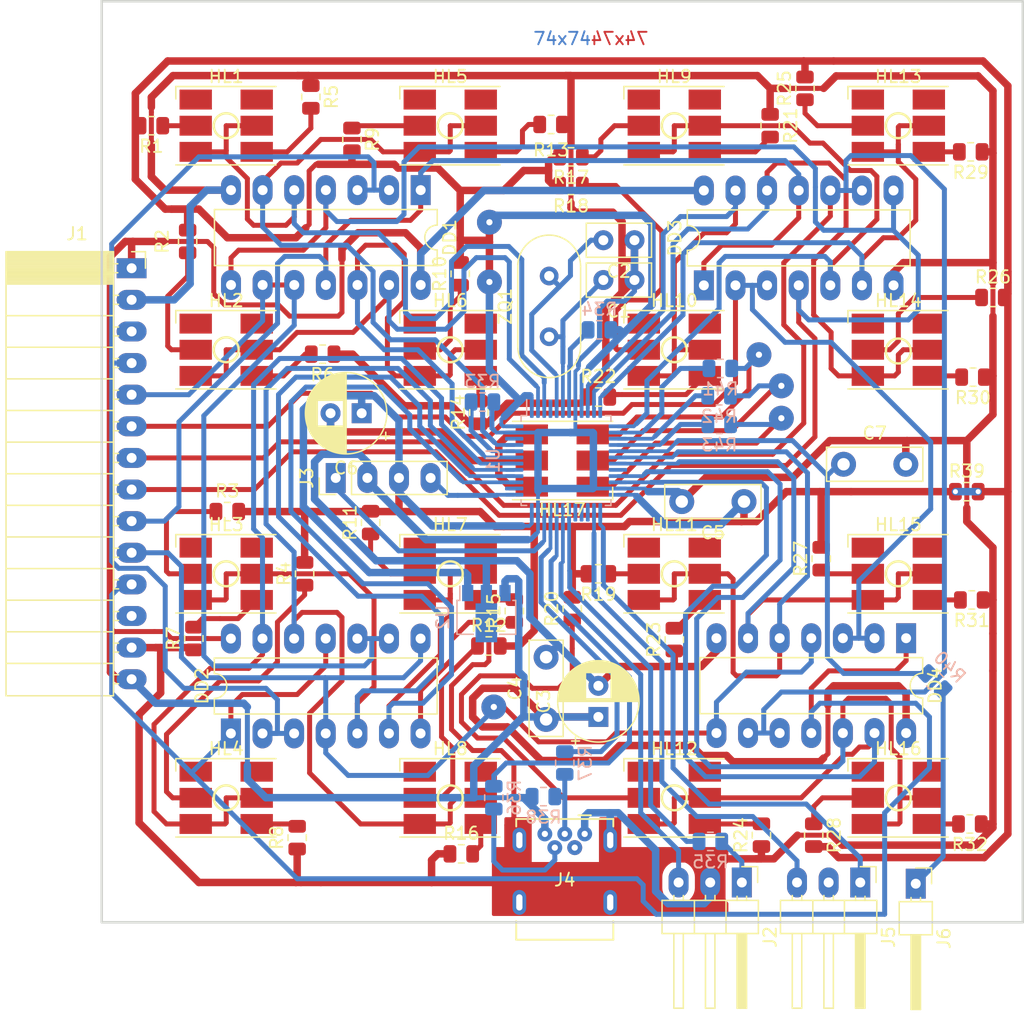
<source format=kicad_pcb>
(kicad_pcb (version 20211014) (generator pcbnew)
  (layers (0 "F.Cu" signal) (31 "B.Cu" signal) (34 "B.Paste" user) (35 "F.Paste" user) (36 "B.SilkS" user "B.Silkscreen") (37 "F.SilkS" user "F.Silkscreen") (38 "B.Mask" user) (39 "F.Mask" user) (44 "Edge.Cuts" user))
  (net 0 "")
  (net 1 "Net-(DD1-Pad1)")
  (net 2 "Net-(DD1-Pad2)")
  (net 3 "Net-(DD1-Pad4)")
  (net 4 "GNDD")
  (net 5 "Net-(DD1-Pad10)")
  (net 6 "VCC")
  (net 7 "Net-(DD2-Pad1)")
  (net 8 "Net-(DD2-Pad4)")
  (net 9 "Net-(DD3-Pad2)")
  (net 10 "Net-(DD3-Pad10)")
  (net 11 "/PB10")
  (net 12 "/PB11")
  (net 14 "Net-(HL1-Pad2)")
  (net 15 "Net-(HL1-Pad4)")
  (net 18 "Net-(HL2-Pad2)")
  (net 19 "Net-(HL2-Pad4)")
  (net 22 "Net-(HL3-Pad2)")
  (net 23 "Net-(HL3-Pad4)")
  (net 26 "Net-(HL4-Pad2)")
  (net 27 "Net-(HL4-Pad4)")
  (net 30 "Net-(HL5-Pad2)")
  (net 31 "Net-(HL5-Pad4)")
  (net 34 "Net-(HL6-Pad2)")
  (net 35 "Net-(HL6-Pad4)")
  (net 38 "Net-(HL7-Pad2)")
  (net 39 "Net-(HL7-Pad4)")
  (net 42 "Net-(HL8-Pad2)")
  (net 43 "Net-(HL8-Pad4)")
  (net 46 "Net-(HL9-Pad2)")
  (net 47 "Net-(HL9-Pad4)")
  (net 50 "Net-(HL10-Pad2)")
  (net 51 "Net-(HL10-Pad4)")
  (net 54 "Net-(HL11-Pad2)")
  (net 55 "Net-(HL11-Pad4)")
  (net 58 "Net-(HL12-Pad2)")
  (net 59 "Net-(HL12-Pad4)")
  (net 62 "Net-(HL13-Pad2)")
  (net 63 "Net-(HL13-Pad4)")
  (net 66 "Net-(HL14-Pad2)")
  (net 67 "Net-(HL14-Pad4)")
  (net 70 "Net-(HL15-Pad2)")
  (net 71 "Net-(HL15-Pad4)")
  (net 74 "Net-(HL16-Pad2)")
  (net 75 "Net-(HL16-Pad4)")
  (net 77 "+5V")
  (net 80 "Net-(C1-Pad2)")
  (net 81 "Net-(C2-Pad2)")
  (net 82 "Net-(J2-Pad1)")
  (net 83 "/UART_RX")
  (net 84 "/SWDIO")
  (net 85 "/SWCLK")
  (net 86 "Net-(J4-Pad2)")
  (net 87 "Net-(J4-Pad3)")
  (net 89 "Net-(R33-Pad2)")
  (net 90 "Net-(R34-Pad2)")
  (net 91 "/UART_TX")
  (net 92 "/USB_DM")
  (net 93 "/USB_DP")
  (net 102 "/PB3")
  (net 103 "/PB4")
  (net 104 "/PB6")
  (net 105 "/PB5")
  (net 106 "/PB0")
  (net 107 "/PB1")
  (net 108 "/PB7")
  (net 109 "/PB8")
  (net 110 "/PC13")
  (net 111 "/PC14")
  (net 112 "Net-(J6-Pad1)")
  (net 113 "Net-(C7-Pad1)")
  (net 114 "Net-(J5-Pad1)")
  (net 115 "Net-(J5-Pad3)")
  (net 116 "/PA0")
  (net 117 "/PA1")
  (net 118 "/PA2")
  (net 119 "/PA3")
  (net 120 "Net-(HL17-Pad1)")
  (net 121 "Net-(HL17-Pad2)")
  (net 122 "Net-(HL17-Pad3)")
  (net 123 "Net-(R41-Pad1)")
  (net 124 "Net-(R42-Pad1)")
  (net 125 "Net-(R43-Pad1)")
  (footprint "Resistor_SMD:R_0805_2012Metric" (layer "F.Cu") (at 96.45452 55.64548 180)
    (fp_text reference "R30")
    (fp_text value "R")
  )
  (footprint "Resistor_SMD:R_0805_2012Metric" (layer "F.Cu") (at 43.25452 33.13298 -90)
    (fp_text reference "R5")
    (fp_text value "R")
  )
  (footprint "Connector_PinHeader_2.54mm:PinHeader_1x01_P2.54mm_Horizontal" (layer "F.Cu") (at 91.85452 96.34548 -90)
    (fp_text reference "J6")
    (fp_text value "ADC")
  )
  (footprint "Resistor_SMD:R_0805_2012Metric" (layer "F.Cu") (at 46.55452 36.54548 -90)
    (fp_text reference "R9")
    (fp_text value "R")
  )
  (footprint "Connector_PinHeader_2.54mm:PinHeader_1x04_P2.54mm_Vertical" (layer "F.Cu") (at 45.25452 63.74548 90)
    (fp_text reference "J3")
    (fp_text value "SWD")
  )
  (footprint "Resistor_SMD:R_0805_2012Metric" (layer "F.Cu") (at 64.25452 74.24548 90)
    (fp_text reference "R20")
    (fp_text value "R")
  )
  (footprint "Resistor_SMD:R_0805_2012Metric" (layer "F.Cu") (at 36.54202 66.44548)
    (fp_text reference "R3")
    (fp_text value "R")
  )
  (footprint "Resistor_SMD:R_0805_2012Metric" (layer "F.Cu") (at 72.45452 76.73298 90)
    (fp_text reference "R23")
    (fp_text value "R")
  )
  (footprint "Capacitor_THT:C_Disc_D7.5mm_W2.5mm_P5.00mm" (layer "F.Cu") (at 78.05452 65.64548 180)
    (fp_text reference "C5")
    (fp_text value "1.0")
  )
  (footprint "Resistor_SMD:R_0805_2012Metric" (layer "F.Cu") (at 33.85452 76.64548 90)
    (fp_text reference "R7")
    (fp_text value "R")
  )
  (footprint "Capacitor_THT:C_Disc_D5.0mm_W2.5mm_P2.50mm" (layer "F.Cu") (at 69.25452 44.64548 180)
    (fp_text reference "C2")
    (fp_text value "22")
  )
  (footprint "LED_SMD:LED_RGB_Cree-PLCC-6_6x5mm_P2.1mm" (layer "F.Cu") (at 90.45452 53.44548)
    (fp_text reference "HL14")
    (fp_text value "SMLVN6RGB")
  )
  (footprint "Resistor_SMD:R_0805_2012Metric" (layer "F.Cu") (at 56.75452 58.4875 90)
    (fp_text reference "R14")
    (fp_text value "R")
  )
  (footprint "Capacitor_THT:C_Disc_D5.0mm_W2.5mm_P2.50mm" (layer "F.Cu") (at 69.25452 47.84548 180)
    (fp_text reference "C1")
    (fp_text value "22")
  )
  (footprint "Capacitor_THT:CP_Radial_D6.3mm_P2.50mm" (layer "F.Cu") (at 66.35452 82.94548 90)
    (fp_text reference "C3")
    (fp_text value "47.0")
  )
  (footprint "LED_SMD:LED_RGB_Cree-PLCC-6_6x5mm_P2.1mm" (layer "F.Cu") (at 36.45452 71.44548)
    (fp_text reference "HL3")
    (fp_text value "SMLVN6RGB")
  )
  (footprint "Resistor_SMD:R_0805_2012Metric" (layer "F.Cu") (at 55.34202 93.94548)
    (fp_text reference "R16")
    (fp_text value "R")
  )
  (footprint "LED_SMD:LED_RGB_Cree-PLCC-6_6x5mm_P2.1mm" (layer "F.Cu") (at 72.45452 89.44548)
    (fp_text reference "HL12")
    (fp_text value "SMLVN6RGB")
  )
  (footprint "LED_SMD:LED_RGB_Cree-PLCC-6_6x5mm_P2.1mm" (layer "F.Cu") (at 54.45452 71.44548)
    (fp_text reference "HL7")
    (fp_text value "SMLVN6RGB")
  )
  (footprint "Resistor_SMD:R_0805_2012Metric" (layer "F.Cu") (at 48.05452 67.33298 90)
    (fp_text reference "R11")
    (fp_text value "R")
  )
  (footprint "Resistor_SMD:R_0805_2012Metric" (layer "F.Cu") (at 62.55452 35.34548 180)
    (fp_text reference "R13")
    (fp_text value "R")
  )
  (footprint "Resistor_SMD:R_0805_2012Metric" (layer "F.Cu") (at 80.15452 35.44548 -90)
    (fp_text reference "R21")
    (fp_text value "R")
  )
  (footprint "Capacitor_THT:C_Disc_D7.5mm_W2.5mm_P5.00mm" (layer "F.Cu") (at 62.15452 83.14548 90)
    (fp_text reference "C4")
    (fp_text value "1.0")
  )
  (footprint "Resistor_SMD:R_0805_2012Metric" (layer "F.Cu") (at 84.25452 70.23298 90)
    (fp_text reference "R27")
    (fp_text value "R")
  )
  (footprint "LED_SMD:LED_RGB_Cree-PLCC-6_6x5mm_P2.1mm" (layer "F.Cu") (at 72.45452 71.44548)
    (fp_text reference "HL11")
    (fp_text value "SMLVN6RGB")
  )
  (footprint "userlib:USB-mini" (layer "F.Cu") (at 65.25452 92.34548 180)
    (fp_text reference "J4")
    (fp_text value "USB_FS")
  )
  (footprint "Resistor_SMD:R_0805_2012Metric" (layer "F.Cu") (at 64.15452 40.24548 180)
    (fp_text reference "R18")
    (fp_text value "R")
  )
  (footprint "Crystal:Crystal_HC49-4H_Vertical" (layer "F.Cu") (at 62.4 52.4 90)
    (fp_text reference "ZQ1")
    (fp_text value "8MHz")
  )
  (footprint "Package_DIP:DIP-14_W7.62mm_LongPads" (layer "F.Cu") (at 36.82952 84.27048 90)
    (fp_text reference "DD2")
    (fp_text value "4016")
  )
  (footprint "Resistor_SMD:R_0805_2012Metric" (layer "F.Cu") (at 30.44202 35.44548 180)
    (fp_text reference "R1")
    (fp_text value "R")
  )
  (footprint "Resistor_SMD:R_0805_2012Metric" (layer "F.Cu") (at 42.75452 71.44548 90)
    (fp_text reference "R4")
    (fp_text value "R")
  )
  (footprint "Capacitor_THT:C_Disc_D7.5mm_W2.5mm_P5.00mm" (layer "F.Cu") (at 86.05452 62.64548)
    (fp_text reference "C7")
    (fp_text value "1.0")
  )
  (footprint "LED_SMD:LED_RGB_Cree-PLCC-6_6x5mm_P2.1mm" (layer "F.Cu") (at 36.45452 35.44548)
    (fp_text reference "HL1")
    (fp_text value "SMLVN6RGB")
  )
  (footprint "Resistor_SMD:R_0805_2012Metric" (layer "F.Cu") (at 44.2 53.8 180)
    (fp_text reference "R6")
    (fp_text value "R")
  )
  (footprint "Resistor_SMD:R_0805_2012Metric" (layer "F.Cu") (at 66.35452 71.44548 180)
    (fp_text reference "R19")
    (fp_text value "R")
  )
  (footprint "Resistor_SMD:R_0805_2012Metric" (layer "F.Cu") (at 95.95452 64.84548)
    (fp_text reference "R39")
    (fp_text value "0")
  )
  (footprint "LED_SMD:LED_RGB_Cree-PLCC-6_6x5mm_P2.1mm" (layer "F.Cu") (at 54.45452 89.44548)
    (fp_text reference "HL8")
    (fp_text value "SMLVN6RGB")
  )
  (footprint "LED_SMD:LED_RGB_Cree-PLCC-6_6x5mm_P2.1mm" (layer "F.Cu") (at 63.45452 62.34548 180)
    (fp_text reference "HL17")
    (fp_text value "SMLVN6RGB")
  )
  (footprint "LED_SMD:LED_RGB_Cree-PLCC-6_6x5mm_P2.1mm" (layer "F.Cu") (at 72.45452 35.44548)
    (fp_text reference "HL9")
    (fp_text value "SMLVN6RGB")
  )
  (footprint "Connector_PinHeader_2.54mm:PinHeader_1x03_P2.54mm_Horizontal" (layer "F.Cu") (at 87.39452 96.24548 -90)
    (fp_text reference "J5")
    (fp_text value "BOOT/RST")
  )
  (footprint "Resistor_SMD:R_0805_2012Metric" (layer "F.Cu") (at 96.35452 73.54548 180)
    (fp_text reference "R31")
    (fp_text value "R")
  )
  (footprint "Resistor_SMD:R_0805_2012Metric" (layer "F.Cu") (at 59.6 74.43298 90)
    (fp_text reference "R15")
    (fp_text value "R")
  )
  (footprint "Package_DIP:DIP-14_W7.62mm_LongPads" (layer "F.Cu") (at 74.82952 48.27048 90)
    (fp_text reference "DD3")
    (fp_text value "4016")
  )
  (footprint "LED_SMD:LED_RGB_Cree-PLCC-6_6x5mm_P2.1mm" (layer "F.Cu") (at 36.45452 89.44548)
    (fp_text reference "HL4")
    (fp_text value "SMLVN6RGB")
  )
  (footprint "Resistor_SMD:R_0805_2012Metric" (layer "F.Cu") (at 96.2 91.54548 180)
    (fp_text reference "R32")
    (fp_text value "R")
  )
  (footprint "Resistor_SMD:R_0805_2012Metric" (layer "F.Cu") (at 55.25452 47.34548 90)
    (fp_text reference "R10")
    (fp_text value "R")
  )
  (footprint "LED_SMD:LED_RGB_Cree-PLCC-6_6x5mm_P2.1mm" (layer "F.Cu") (at 54.45452 35.44548)
    (fp_text reference "HL5")
    (fp_text value "SMLVN6RGB")
  )
  (footprint "LED_SMD:LED_RGB_Cree-PLCC-6_6x5mm_P2.1mm" (layer "F.Cu") (at 36.45452 53.44548)
    (fp_text reference "HL2")
    (fp_text value "SMLVN6RGB")
  )
  (footprint "Resistor_SMD:R_0805_2012Metric" (layer "F.Cu") (at 98.05452 49.24548)
    (fp_text reference "R26")
    (fp_text value "R")
  )
  (footprint "Connector_PinSocket_2.54mm:PinSocket_1x14_P2.54mm_Horizontal" (layer "F.Cu") (at 28.85452 46.89548)
    (fp_text reference "J1")
    (fp_text value "Conn_01x14")
  )
  (footprint "Package_DIP:DIP-14_W7.62mm_LongPads" (layer "F.Cu") (at 52.07952 40.62048 -90)
    (fp_text reference "DD1")
    (fp_text value "4016")
  )
  (footprint "Resistor_SMD:R_0805_2012Metric" (layer "F.Cu") (at 64.15452 37.94548 180)
    (fp_text reference "R17")
    (fp_text value "R")
  )
  (footprint "Resistor_SMD:R_0805_2012Metric" (layer "F.Cu") (at 82.95452 32.44548 90)
    (fp_text reference "R25")
    (fp_text value "R")
  )
  (footprint "LED_SMD:LED_RGB_Cree-PLCC-6_6x5mm_P2.1mm" (layer "F.Cu") (at 90.45452 35.44548)
    (fp_text reference "HL13")
    (fp_text value "SMLVN6RGB")
  )
  (footprint "Resistor_SMD:R_0805_2012Metric" (layer "F.Cu") (at 33.35452 44.74548 90)
    (fp_text reference "R2")
    (fp_text value "R")
  )
  (footprint "LED_SMD:LED_RGB_Cree-PLCC-6_6x5mm_P2.1mm" (layer "F.Cu") (at 54.45452 53.44548)
    (fp_text reference "HL6")
    (fp_text value "SMLVN6RGB")
  )
  (footprint "Capacitor_THT:CP_Radial_D6.3mm_P2.50mm" (layer "F.Cu") (at 47.3369 58.54548 180)
    (fp_text reference "C6")
    (fp_text value "47.0")
  )
  (footprint "Connector_PinHeader_2.54mm:PinHeader_1x03_P2.54mm_Horizontal" (layer "F.Cu") (at 77.87952 96.24548 -90)
    (fp_text reference "J2")
    (fp_text value "UART")
  )
  (footprint "Resistor_SMD:R_0805_2012Metric" (layer "F.Cu") (at 66.35452 57.24548)
    (fp_text reference "R22")
    (fp_text value "R")
  )
  (footprint "LED_SMD:LED_RGB_Cree-PLCC-6_6x5mm_P2.1mm" (layer "F.Cu") (at 90.45452 71.44548)
    (fp_text reference "HL15")
    (fp_text value "SMLVN6RGB")
  )
  (footprint "LED_SMD:LED_RGB_Cree-PLCC-6_6x5mm_P2.1mm" (layer "F.Cu") (at 90.45452 89.44548)
    (fp_text reference "HL16")
    (fp_text value "SMLVN6RGB")
  )
  (footprint "Resistor_SMD:R_0805_2012Metric" (layer "F.Cu") (at 42.15452 92.64548 90)
    (fp_text reference "R8")
    (fp_text value "R")
  )
  (footprint "Resistor_SMD:R_0805_2012Metric" (layer "F.Cu") (at 83.65452 92.44548 -90)
    (fp_text reference "R28")
    (fp_text value "R")
  )
  (footprint "LED_SMD:LED_RGB_Cree-PLCC-6_6x5mm_P2.1mm" (layer "F.Cu") (at 72.45452 53.44548)
    (fp_text reference "HL10")
    (fp_text value "SMLVN6RGB")
  )
  (footprint "Resistor_SMD:R_0805_2012Metric" (layer "F.Cu") (at 79.45452 92.44548 90)
    (fp_text reference "R24")
    (fp_text value "R")
  )
  (footprint "Package_DIP:DIP-14_W7.62mm_LongPads" (layer "F.Cu") (at 91.07952 76.62048 -90)
    (fp_text reference "DD4")
    (fp_text value "4016")
  )
  (footprint "Resistor_SMD:R_0805_2012Metric" (layer "F.Cu") (at 96.26702 37.54548 180)
    (fp_text reference "R29")
    (fp_text value "R")
  )
  (footprint "Resistor_SMD:R_0805_2012Metric" (layer "F.Cu") (at 57.55452 77.24548)
    (fp_text reference "R12")
    (fp_text value "R")
  )
  (footprint "Resistor_SMD:R_0805_2012Metric" (layer "B.Cu") (at 75.35452 92.94548)
    (fp_text reference "R35")
    (fp_text value "R")
  )
  (footprint "Resistor_SMD:R_0805_2012Metric" (layer "B.Cu") (at 93.409285 80.100245 135)
    (fp_text reference "R40")
    (fp_text value "R")
  )
  (footprint "Package_TO_SOT_SMD:SOT-89-3" (layer "B.Cu") (at 57.35452 74.64548 -90)
    (fp_text reference "U2")
    (fp_text value "L78L33_SOT89")
  )
  (footprint "Resistor_SMD:R_0805_2012Metric" (layer "B.Cu") (at 76.15452 54.94548)
    (fp_text reference "R41")
    (fp_text value "R")
  )
  (footprint "Package_QFP:LQFP-48_7x7mm_P0.5mm" (layer "B.Cu") (at 63.75452 62.34548 -90)
    (fp_text reference "U1")
    (fp_text value "STM32F103C8Tx")
  )
  (footprint "Resistor_SMD:R_0805_2012Metric" (layer "B.Cu") (at 61.94202 89.34548)
    (fp_text reference "R38")
    (fp_text value "R")
  )
  (footprint "Resistor_SMD:R_0805_2012Metric" (layer "B.Cu") (at 57.04202 57.64548 180)
    (fp_text reference "R33")
    (fp_text value "R")
  )
  (footprint "Resistor_SMD:R_0805_2012Metric" (layer "B.Cu") (at 57.95452 89.43298 90)
    (fp_text reference "R36")
    (fp_text value "R")
  )
  (footprint "Resistor_SMD:R_0805_2012Metric" (layer "B.Cu") (at 63.65452 86.64548 90)
    (fp_text reference "R37")
    (fp_text value "R")
  )
  (footprint "Resistor_SMD:R_0805_2012Metric" (layer "B.Cu") (at 76.05452 57.14548)
    (fp_text reference "R42")
    (fp_text value "R")
  )
  (footprint "Resistor_SMD:R_0805_2012Metric" (layer "B.Cu") (at 76.06702 59.44548)
    (fp_text reference "R43")
    (fp_text value "R")
  )
  (footprint "Resistor_SMD:R_0805_2012Metric" (layer "B.Cu") (at 66.44202 51.84548 180)
    (fp_text reference "R34")
    (fp_text value "R")
  )
  (gr_circle (center 36.45452 35.44548) (end 37.45452 35.44548) (layer "F.SilkS") (width 0.2) (fill none))
  (gr_circle (center 72.45452 71.44548) (end 73.45452 71.44548) (layer "F.SilkS") (width 0.2) (fill none))
  (gr_circle (center 36.45452 53.44548) (end 37.45452 53.44548) (layer "F.SilkS") (width 0.2) (fill none))
  (gr_circle (center 72.45452 89.44548) (end 73.45452 89.44548) (layer "F.SilkS") (width 0.2) (fill none))
  (gr_circle (center 90.45452 89.44548) (end 91.45452 89.44548) (layer "F.SilkS") (width 0.2) (fill none))
  (gr_circle (center 54.45452 89.44548) (end 55.45452 89.44548) (layer "F.SilkS") (width 0.2) (fill none))
  (gr_circle (center 54.45452 53.44548) (end 55.45452 53.44548) (layer "F.SilkS") (width 0.2) (fill none))
  (gr_circle (center 54.45452 35.44548) (end 55.45452 35.44548) (layer "F.SilkS") (width 0.2) (fill none))
  (gr_circle (center 90.45452 35.44548) (end 91.45452 35.44548) (layer "F.SilkS") (width 0.2) (fill none))
  (gr_circle (center 90.45452 71.44548) (end 91.45452 71.44548) (layer "F.SilkS") (width 0.2) (fill none))
  (gr_circle (center 72.45452 35.44548) (end 73.45452 35.44548) (layer "F.SilkS") (width 0.2) (fill none))
  (gr_circle (center 90.45452 53.54548) (end 91.45452 53.54548) (layer "F.SilkS") (width 0.2) (fill none))
  (gr_circle (center 54.45452 71.44548) (end 55.45452 71.44548) (layer "F.SilkS") (width 0.2) (fill none))
  (gr_circle (center 36.45452 89.44548) (end 37.45452 89.44548) (layer "F.SilkS") (width 0.2) (fill none))
  (gr_circle (center 72.45452 53.44548) (end 73.45452 53.44548) (layer "F.SilkS") (width 0.2) (fill none))
  (gr_circle (center 36.45452 71.44548) (end 37.45452 71.44548) (layer "F.SilkS") (width 0.2) (fill none))
  (gr_rect (start 26.45452 25.44548) (end 100.45452 99.44548) (layer "Edge.Cuts") (width 0.2) (fill none))
  (gr_text "74x74" (at 68.05452 28.44548) (layer "F.Cu") (effects (font (size 1 1)) (justify mirror)))
  (gr_text "74x74" (at 63.45452 28.44548) (layer "B.Cu") (effects (font (size 1 1))))
  (segment (start 46.45452 43.04548) (end 51.25452 43.04548) (width 0.4) (layer "F.Cu") (net 1))
  (segment (start 74.82952 46.47048) (end 76.25452 45.04548) (width 0.4) (layer "F.Cu") (net 1))
  (segment (start 44.45952 48.24048) (end 44.45952 45.04048) (width 0.4) (layer "F.Cu") (net 1))
  (segment (start 74.82952 48.27048) (end 74.82952 46.47048) (width 0.4) (layer "F.Cu") (net 1))
  (segment (start 80.25452 45.04548) (end 82.44952 42.85048) (width 0.4) (layer "F.Cu") (net 1))
  (segment (start 52.07952 42.22048) (end 52.07952 40.62048) (width 0.4) (layer "F.Cu") (net 1))
  (segment (start 51.25452 43.04548) (end 52.07952 42.22048) (width 0.4) (layer "F.Cu") (net 1))
  (segment (start 82.44952 42.85048) (end 82.44952 40.65048) (width 0.4) (layer "F.Cu") (net 1))
  (segment (start 76.25452 45.04548) (end 80.25452 45.04548) (width 0.4) (layer "F.Cu") (net 1))
  (segment (start 44.45952 45.04048) (end 46.45452 43.04548) (width 0.4) (layer "F.Cu") (net 1))
  (segment (start 32.65452 59.24548) (end 40.57904 51.32096) (width 0.4) (layer "B.Cu") (net 1))
  (segment (start 31.48452 67.21548) (end 32.65452 66.04548) (width 0.4) (layer "B.Cu") (net 1))
  (segment (start 82.44952 39.34048) (end 82.44952 40.65048) (width 0.4) (layer "B.Cu") (net 1))
  (segment (start 40.57904 51.32096) (end 40.57904 46.52096) (width 0.4) (layer "B.Cu") (net 1))
  (segment (start 40.57904 46.52096) (end 41.15452 45.94548) (width 0.4) (layer "B.Cu") (net 1))
  (segment (start 43.95452 45.94548) (end 44.45952 46.45048) (width 0.4) (layer "B.Cu") (net 1))
  (segment (start 52.07952 40.62048) (end 52.07952 39.22048) (width 0.4) (layer "B.Cu") (net 1))
  (segment (start 44.45952 46.45048) (end 44.45952 48.24048) (width 0.4) (layer "B.Cu") (net 1))
  (segment (start 28.85452 67.21548) (end 31.48452 67.21548) (width 0.4) (layer "B.Cu") (net 1))
  (segment (start 52.07952 39.22048) (end 53.05452 38.24548) (width 0.4) (layer "B.Cu") (net 1))
  (segment (start 53.05452 38.24548) (end 81.35452 38.24548) (width 0.4) (layer "B.Cu") (net 1))
  (segment (start 41.15452 45.94548) (end 43.95452 45.94548) (width 0.4) (layer "B.Cu") (net 1))
  (segment (start 32.65452 66.04548) (end 32.65452 59.24548) (width 0.4) (layer "B.Cu") (net 1))
  (segment (start 81.35452 38.24548) (end 82.44952 39.34048) (width 0.4) (layer "B.Cu") (net 1))
  (segment (start 27.25452 70.44548) (end 27.25452 54.54548) (width 0.4) (layer "B.Cu") (net 2))
  (segment (start 39.65452 80.64548) (end 33.05452 80.64548) (width 0.4) (layer "B.Cu") (net 2))
  (segment (start 27.814031 71.004991) (end 27.25452 70.44548) (width 0.4) (layer "B.Cu") (net 2))
  (segment (start 27.28452 54.51548) (end 27.25452 54.54548) (width 0.4) (layer "B.Cu") (net 2))
  (segment (start 28.85452 54.51548) (end 27.28452 54.51548) (width 0.4) (layer "B.Cu") (net 2))
  (segment (start 46.99952 40.62048) (end 48.32952 40.62048) (width 0.4) (layer "B.Cu") (net 2))
  (segment (start 40.56904 81.56) (end 39.65452 80.64548) (width 0.4) (layer "B.Cu") (net 2))
  (segment (start 27.25452 54.54548) (end 27.25452 44.94548) (width 0.4) (layer "B.Cu") (net 2))
  (segment (start 48.32952 38.42048) (end 48.32952 40.62048) (width 0.4) (layer "B.Cu") (net 2))
  (segment (start 39.36952 84.27048) (end 40.52952 84.27048) (width 0.4) (layer "B.Cu") (net 2))
  (segment (start 47.85452 37.94548) (end 48.32952 38.42048) (width 0.4) (layer "B.Cu") (net 2))
  (segment (start 31.55452 79.14548) (end 31.55452 72.44548) (width 0.4) (layer "B.Cu") (net 2))
  (segment (start 40.52952 84.27048) (end 40.56904 84.23096) (width 0.4) (layer "B.Cu") (net 2))
  (segment (start 31.55452 72.44548) (end 30.114031 71.004991) (width 0.4) (layer "B.Cu") (net 2))
  (segment (start 27.25452 44.94548) (end 34.25452 37.94548) (width 0.4) (layer "B.Cu") (net 2))
  (segment (start 30.114031 71.004991) (end 27.814031 71.004991) (width 0.4) (layer "B.Cu") (net 2))
  (segment (start 48.32952 40.62048) (end 49.53952 40.62048) (width 0.4) (layer "B.Cu") (net 2))
  (segment (start 33.05452 80.64548) (end 31.55452 79.14548) (width 0.4) (layer "B.Cu") (net 2))
  (segment (start 34.25452 37.94548) (end 47.85452 37.94548) (width 0.4) (layer "B.Cu") (net 2))
  (segment (start 39.36952 84.27048) (end 41.90952 84.27048) (width 0.4) (layer "B.Cu") (net 2))
  (segment (start 40.56904 84.23096) (end 40.56904 81.56) (width 0.4) (layer "B.Cu") (net 2))
  (segment (start 83.75452 60.44548) (end 81.45452 62.74548) (width 0.4) (layer "F.Cu") (net 3))
  (segment (start 36.83952 48.24048) (end 36.83952 46.06048) (width 0.4) (layer "F.Cu") (net 3))
  (segment (start 41.75452 61.64548) (end 38.72452 64.67548) (width 0.4) (layer "F.Cu") (net 3))
  (segment (start 38.72452 64.67548) (end 28.85452 64.67548) (width 0.4) (layer "F.Cu") (net 3))
  (segment (start 82.44952 48.27048) (end 82.44952 51.24048) (width 0.4) (layer "F.Cu") (net 3))
  (segment (start 83.75452 52.54548) (end 83.75452 60.44548) (width 0.4) (layer "F.Cu") (net 3))
  (segment (start 68.15452 66.74548) (end 58.37952 66.74548) (width 0.4) (layer "F.Cu") (net 3))
  (segment (start 81.45452 62.74548) (end 72.15452 62.74548) (width 0.4) (layer "F.Cu") (net 3))
  (segment (start 72.15452 62.74548) (end 68.15452 66.74548) (width 0.4) (layer "F.Cu") (net 3))
  (segment (start 42.65452 45.44548) (end 44.45952 43.64048) (width 0.4) (layer "F.Cu") (net 3))
  (segment (start 82.44952 51.24048) (end 83.75452 52.54548) (width 0.4) (layer "F.Cu") (net 3))
  (segment (start 44.45952 43.64048) (end 44.45952 40.62048) (width 0.4) (layer "F.Cu") (net 3))
  (segment (start 36.83952 46.06048) (end 37.45452 45.44548) (width 0.4) (layer "F.Cu") (net 3))
  (segment (start 37.45452 45.44548) (end 42.65452 45.44548) (width 0.4) (layer "F.Cu") (net 3))
  (segment (start 58.37952 66.74548) (end 53.27952 61.64548) (width 0.4) (layer "F.Cu") (net 3))
  (segment (start 53.27952 61.64548) (end 41.75452 61.64548) (width 0.4) (layer "F.Cu") (net 3))
  (segment (start 91.25452 51.04548) (end 92.05452 50.24548) (width 0.4) (layer "B.Cu") (net 3))
  (segment (start 83.79 38.88096) (end 83.79 40.38096) (width 0.4) (layer "B.Cu") (net 3))
  (segment (start 84.45452 43.84548) (end 90.05452 43.84548) (width 0.4) (layer "B.Cu") (net 3))
  (segment (start 90.06952 43.83048) (end 90.05452 43.84548) (width 0.4) (layer "B.Cu") (net 3))
  (segment (start 51.95452 37.14548) (end 82.05452 37.14548) (width 0.4) (layer "B.Cu") (net 3))
  (segment (start 44.45952 42.25048) (end 45.35452 43.14548) (width 0.4) (layer "B.Cu") (net 3))
  (segment (start 45.35452 43.14548) (end 50.15452 43.14548) (width 0.4) (layer "B.Cu") (net 3))
  (segment (start 50.73904 42.56096) (end 50.73904 38.36096) (width 0.4) (layer "B.Cu") (net 3))
  (segment (start 83.79 43.18096) (end 84.45452 43.84548) (width 0.4) (layer "B.Cu") (net 3))
  (segment (start 82.44952 50.24048) (end 83.25452 51.04548) (width 0.4) (layer "B.Cu") (net 3))
  (segment (start 82.44952 48.27048) (end 82.44952 50.24048) (width 0.4) (layer "B.Cu") (net 3))
  (segment (start 50.73904 38.36096) (end 51.95452 37.14548) (width 0.4) (layer "B.Cu") (net 3))
  (segment (start 44.45952 40.62048) (end 44.45952 42.25048) (width 0.4) (layer "B.Cu") (net 3))
  (segment (start 83.79 40.38096) (end 83.79 43.18096) (width 0.4) (layer "B.Cu") (net 3))
  (segment (start 83.25452 51.04548) (end 91.25452 51.04548) (width 0.4) (layer "B.Cu") (net 3))
  (segment (start 90.06952 40.65048) (end 90.06952 43.83048) (width 0.4) (layer "B.Cu") (net 3))
  (segment (start 92.05452 50.24548) (end 92.05452 45.84548) (width 0.4) (layer "B.Cu") (net 3))
  (segment (start 82.05452 37.14548) (end 83.79 38.88096) (width 0.4) (layer "B.Cu") (net 3))
  (segment (start 50.15452 43.14548) (end 50.73904 42.56096) (width 0.4) (layer "B.Cu") (net 3))
  (segment (start 90.05452 43.84548) (end 92.05452 45.84548) (width 0.4) (layer "B.Cu") (net 3))
  (segment (start 81.84548 32.44548) (end 81.44548 32.44548) (width 0.4) (layer "F.Cu") (net 4))
  (segment (start 75.33952 96.24548) (end 75.33952 94.43048) (width 0.6) (layer "F.Cu") (net 4))
  (segment (start 57.54548 75.34548) (end 59.6 75.34548) (width 0.4) (layer "F.Cu") (net 4))
  (segment (start 82.00452 63.69548) (end 84.95452 60.74548) (width 0.6) (layer "F.Cu") (net 4))
  (segment (start 98.05452 48.05452) (end 98.05452 46.44548) (width 0.6) (layer "F.Cu") (net 4))
  (segment (start 72.45452 78.64548) (end 72.20452 78.89548) (width 0.6) (layer "F.Cu") (net 4))
  (segment (start 33.67202 77.37548) (end 33.85452 77.55798) (width 0.6) (layer "F.Cu") (net 4))
  (segment (start 42.45452 96.24548) (end 44.05452 96.24548) (width 0.6) (layer "F.Cu") (net 4))
  (segment (start 59 91.625) (end 59.56702 91.05798) (width 0.4) (layer "F.Cu") (net 4))
  (segment (start 30.78452 77.37548) (end 31.18452 77.37548) (width 0.6) (layer "F.Cu") (net 4))
  (segment (start 56.25452 78.74548) (end 57.25452 78.74548) (width 0.4) (layer "F.Cu") (net 4))
  (segment (start 64.15404 37.04596) (end 64.15404 31.44596) (width 0.6) (layer "F.Cu") (net 4))
  (segment (start 58.35452 63.54548) (end 58.35452 62.34548) (width 0.6) (layer "F.Cu") (net 4))
  (segment (start 96.855 31.44596) (end 96.855 31.445) (width 0.6) (layer "F.Cu") (net 4))
  (segment (start 98.05452 79.24548) (end 98.05452 91.54548) (width 0.6) (layer "F.Cu") (net 4))
  (segment (start 59.05452 57.74548) (end 59.54548 57.74548) (width 0.6) (layer "F.Cu") (net 4))
  (segment (start 68.60904 94.34548) (end 75.25452 94.34548) (width 0.6) (layer "F.Cu") (net 4))
  (segment (start 91.05452 60.84548) (end 91.15452 60.74548) (width 0.6) (layer "F.Cu") (net 4))
  (segment (start 97.95452 37.54548) (end 98.05452 37.64548) (width 0.6) (layer "F.Cu") (net 4))
  (segment (start 60.00452 92.84548) (end 60.00452 95.39548) (width 0.6) (layer "F.Cu") (net 4))
  (segment (start 44.8369 59.72786) (end 45.15452 60.04548) (width 0.6) (layer "F.Cu") (net 4))
  (segment (start 72.20452 78.89548) (end 67.90452 78.89548) (width 0.6) (layer "F.Cu") (net 4))
  (segment (start 44.8369 58.54548) (end 44.8369 59.72786) (width 0.6) (layer "F.Cu") (net 4))
  (segment (start 80.15452 34.53298) (end 80.15452 32.44548) (width 0.6) (layer "F.Cu") (net 4))
  (segment (start 63.72952 31.42048) (end 64.12856 31.42048) (width 0.6) (layer "F.Cu") (net 4))
  (segment (start 82.24548 32.44548) (end 81.84548 32.44548) (width 0.4) (layer "F.Cu") (net 4))
  (segment (start 54.42952 93.94548) (end 53.45452 93.94548) (width 0.6) (layer "F.Cu") (net 4))
  (segment (start 73.05452 65.64548) (end 75.00452 63.69548) (width 0.6) (layer "F.Cu") (net 4))
  (segment (start 83.95452 32.44548) (end 84.45452 32.44548) (width 0.4) (layer "F.Cu") (net 4))
  (segment (start 59.56702 86.65798) (end 58.55452 85.64548) (width 0.4) (layer "F.Cu") (net 4))
  (segment (start 32.17952 31.42048) (end 42.17952 31.42048) (width 0.6) (layer "F.Cu") (net 4))
  (segment (start 82.35404 92.44596) (end 85.155 92.44596) (width 0.4) (layer "F.Cu") (net 4))
  (segment (start 57.4 59.4) (end 59.05452 57.74548) (width 0.6) (layer "F.Cu") (net 4))
  (segment (start 81.44548 32.44548) (end 80.15452 32.44548) (width 0.6) (layer "F.Cu") (net 4))
  (segment (start 82.24548 32.44548) (end 81.44548 32.44548) (width 0.4) (layer "F.Cu") (net 4))
  (segment (start 57.25452 78.74548) (end 57.555 78.445) (width 0.4) (layer "F.Cu") (net 4))
  (segment (start 58.55452 85.64548) (end 56.25452 85.64548) (width 0.4) (layer "F.Cu") (net 4))
  (segment (start 95.95452 66.15452) (end 95.95452 63.34548) (width 0.4) (layer "F.Cu") (net 4))
  (segment (start 65.15452 57.14548) (end 66.95452 55.34548) (width 0.6) (layer "F.Cu") (net 4))
  (segment (start 79.12952 31.42048) (end 63.72952 31.42048) (width 0.6) (layer "F.Cu") (net 4))
  (segment (start 54.55452 78.34548) (end 54.55452 76.74548) (width 0.4) (layer "F.Cu") (net 4))
  (segment (start 29.45452 82.74548) (end 29.45452 91.44548) (width 0.6) (layer "F.Cu") (net 4))
  (segment (start 29.45452 91.44548) (end 34.25452 96.24548) (width 0.6) (layer "F.Cu") (net 4))
  (segment (start 42.05452 96.24548) (end 42.45452 96.24548) (width 0.6) (layer "F.Cu") (net 4))
  (segment (start 59.54548 57.74548) (end 64.94202 57.74548) (width 0.6) (layer "F.Cu") (net 4))
  (segment (start 64.15404 42.045) (end 64.15404 41.64596) (width 0.6) (layer "F.Cu") (net 4))
  (segment (start 66.70904 96.24548) (end 68.60904 94.34548) (width 0.6) (layer "F.Cu") (net 4))
  (segment (start 50.75452 57.94548) (end 48.60452 55.79548) (width 0.6) (layer "F.Cu") (net 4))
  (segment (start 69.25452 46.24548) (end 69.25452 44.64548) (width 0.6) (layer "F.Cu") (net 4))
  (segment (start 95.95452 67.24548) (end 98.05452 69.34548) (width 0.6) (layer "F.Cu") (net 4))
  (segment (start 68.25452 48.74548) (end 69.15452 47.84548) (width 0.6) (layer "F.Cu") (net 4))
  (segment (start 54.54548 57.94548) (end 56 59.4) (width 0.6) (layer "F.Cu") (net 4))
  (segment (start 30.44154 39.5325) (end 30.44154 36.84154) (width 0.6) (layer "F.Cu") (net 4))
  (segment (start 45.15452 60.04548) (end 54.04548 60.04548) (width 0.6) (layer "F.Cu") (net 4))
  (segment (start 67.30452 97.84548) (end 67.30452 95.39548) (width 0.6) (layer "F.Cu") (net 4))
  (segment (start 95.95452 60.74548) (end 98.05452 58.64548) (width 0.6) (layer "F.Cu") (net 4))
  (segment (start 90.06952 47.23048) (end 90.85452 46.44548) (width 0.6) (layer "F.Cu") (net 4))
  (segment (start 67.30452 92.84548) (end 67.30452 95.39548) (width 0.6) (layer "F.Cu") (net 4))
  (segment (start 98.05452 55.54548) (end 98.05452 50.74548) (width 0.6) (layer "F.Cu") (net 4))
  (segment (start 72.45452 77.64548) (end 72.45452 78.64548) (width 0.6) (layer "F.Cu") (net 4))
  (segment (start 54.55452 80.44548) (end 56.25452 78.74548) (width 0.4) (layer "F.Cu") (net 4))
  (segment (start 79.05452 94.34548) (end 79.45452 94.34548) (width 0.6) (layer "F.Cu") (net 4))
  (segment (start 64.15404 37.04596) (end 64.15404 41.64596) (width 0.4) (layer "F.Cu") (net 4))
  (segment (start 56.34548 62.34548) (end 58.35452 62.34548) (width 0.6) (layer "F.Cu") (net 4))
  (segment (start 59.25452 64.44548) (end 58.35452 63.54548) (width 0.6) (layer "F.Cu") (net 4))
  (segment (start 74.60452 78.89548) (end 72.20452 78.89548) (width 0.6) (layer "F.Cu") (net 4))
  (segment (start 52.95452 96.24548) (end 60 96.24548) (width 0.6) (layer "F.Cu") (net 4))
  (segment (start 98.05452 73.54548) (end 98.05452 76.24548) (width 0.6) (layer "F.Cu") (net 4))
  (segment (start 90.06952 48.27048) (end 90.06952 47.23048) (width 0.6) (layer "F.Cu") (net 4))
  (segment (start 31.18452 81.01548) (end 29.45452 82.74548) (width 0.6) (layer "F.Cu") (net 4))
  (segment (start 57.555 75.355) (end 57.54548 75.34548) (width 0.4) (layer "F.Cu") (net 4))
  (segment (start 57.555 78.445) (end 57.555 75.355) (width 0.4) (layer "F.Cu") (net 4))
  (segment (start 85.95452 93.24548) (end 96.65452 93.24548) (width 0.6) (layer "F.Cu") (net 4))
  (segment (start 54.55452 83.94548) (end 54.55452 80.44548) (width 0.4) (layer "F.Cu") (net 4))
  (segment (start 67.90452 78.89548) (end 66.35452 80.44548) (width 0.6) (layer "F.Cu") (net 4))
  (segment (start 83.95452 32.44548) (end 82.24548 32.44548) (width 0.4) (layer "F.Cu") (net 4))
  (segment (start 45.1125 53.8) (end 46.60904 53.8) (width 0.6) (layer "F.Cu") (net 4))
  (segment (start 30.44154 33.15846) (end 32.17952 31.42048) (width 0.6) (layer "F.Cu") (net 4))
  (segment (start 64.94202 57.74548) (end 65.15452 57.53298) (width 0.6) (layer "F.Cu") (net 4))
  (segment (start 30.78452 77.37548) (end 33.67202 77.37548) (width 0.6) (layer "F.Cu") (net 4))
  (segment (start 96.65452 93.24548) (end 98.05452 91.84548) (width 0.6) (layer "F.Cu") (net 4))
  (segment (start 67.50452 42.39548) (end 64.50452 42.39548) (width 0.6) (layer "F.Cu") (net 4))
  (segment (start 56.25452 85.64548) (end 54.55452 83.94548) (width 0.4) (layer "F.Cu") (net 4))
  (segment (start 97.26702 73.54548) (end 98.05452 73.54548) (width 0.6) (layer "F.Cu") (net 4))
  (segment (start 97.36702 55.64548) (end 97.95452 55.64548) (width 0.6) (layer "F.Cu") (net 4))
  (segment (start 42.15452 96.14548) (end 42.05452 96.24548) (width 0.6) (layer "F.Cu") (net 4))
  (segment (start 68.25452 48.74548) (end 68.25452 46.24548) (width 0.6) (layer "F.Cu") (net 4))
  (segment (start 66.95452 50.14548) (end 69.25452 47.84548) (width 0.6) (layer "F.Cu") (net 4))
  (segment (start 95.95452 63.34548) (end 95.95452 60.74548) (width 0.6) (layer "F.Cu") (net 4))
  (segment (start 53.85452 57.94548) (end 50.75452 57.94548) (width 0.6) (layer "F.Cu") (net 4))
  (segment (start 59.15452 60.24548) (end 58.35452 61.04548) (width 0.6) (layer "F.Cu") (net 4))
  (segment (start 59 96.2) (end 59 91.625) (width 0.4) (layer "F.Cu") (net 4))
  (segment (start 34.25452 96.24548) (end 42.05452 96.24548) (width 0.6) (layer "F.Cu") (net 4))
  (segment (start 98.05452 91.84548) (end 98.05452 91.54548) (width 0.6) (layer "F.Cu") (net 4))
  (segment (start 66.95452 55.34548) (end 66.95452 50.14548) (width 0.6) (layer "F.Cu") (net 4))
  (segment (start 75.83952 76.62048) (end 75.83952 77.66048) (width 0.6) (layer "F.Cu") (net 4))
  (segment (start 54.04548 60.04548) (end 56.34548 62.34548) (width 0.6) (layer "F.Cu") (net 4))
  (segment (start 80.45452 94.34548) (end 82.35404 92.44596) (width 0.6) (layer "F.Cu") (net 4))
  (segment (start 98.05452 69.34548) (end 98.05452 73.54548) (width 0.6) (layer "F.Cu") (net 4))
  (segment (start 75.00452 63.69548) (end 82.00452 63.69548) (width 0.6) (layer "F.Cu") (net 4))
  (segment (start 42.17952 31.42048) (end 43.07952 31.42048) (width 0.6) (layer "F.Cu") (net 4))
  (segment (start 60.00452 96.29548) (end 60.00452 95.39548) (width 0.6) (layer "F.Cu") (net 4))
  (segment (start 96.855 31.445) (end 85.455 31.445) (width 0.6) (layer "F.Cu") (net 4))
  (segment (start 91.05452 62.64548) (end 91.05452 60.84548) (width 0.6) (layer "F.Cu") (net 4))
  (segment (start 42.15452 93.55798) (end 42.15452 96.14548) (width 0.6) (layer "F.Cu") (net 4))
  (segment (start 52.06952 80.83048) (end 54.55452 78.34548) (width 0.4) (layer "F.Cu") (net 4))
  (segment (start 43.25452 32.22048) (end 43.25452 31.59548) (width 0.6) (layer "F.Cu") (net 4))
  (segment (start 65.15452 57.53298) (end 65.15452 57.14548) (width 0.6) (layer "F.Cu") (net 4))
  (segment (start 52.95452 94.44548) (end 52.95452 96.24548) (width 0.6) (layer "F.Cu") (net 4))
  (segment (start 44.05452 96.24548) (end 52.95452 96.24548) (width 0.6) (layer "F.Cu") (net 4))
  (segment (start 31.52952 40.62048) (end 30.44154 39.5325) (width 0.6) (layer "F.Cu") (net 4))
  (segment (start 36.83952 40.62048) (end 31.52952 40.62048) (width 0.6) (layer "F.Cu") (net 4))
  (segment (start 95.95452 66.15452) (end 95.95452 67.24548) (width 0.6) (layer "F.Cu") (net 4))
  (segment (start 58.35452 61.04548) (end 58.35452 62.34548) (width 0.6) (layer "F.Cu") (net 4))
  (segment (start 56.75452 59.4) (end 57.4 59.4) (width 0.6) (layer "F.Cu") (net 4))
  (segment (start 75.83952 77.66048) (end 74.60452 78.89548) (width 0.6) (layer "F.Cu") (net 4))
  (segment (start 91.15452 60.74548) (end 95.95452 60.74548) (width 0.6) (layer "F.Cu") (net 4))
  (segment (start 79.45452 93.35798) (end 79.45452 94.34548) (width 0.6) (layer "F.Cu") (net 4))
  (segment (start 85.155 92.44596) (end 85.95452 93.24548) (width 0.6) (layer "F.Cu") (net 4))
  (segment (start 59.95452 96.24548) (end 66.70904 96.24548) (width 0.6) (layer "F.Cu") (net 4))
  (segment (start 98.05452 37.64548) (end 98.05452 32.64548) (width 0.6) (layer "F.Cu") (net 4))
  (segment (start 68.25452 46.24548) (end 68.25452 43.14548) (width 0.6) (layer "F.Cu") (net 4))
  (segment (start 43.25452 31.59548) (end 43.07952 31.42048) (width 0.6) (layer "F.Cu") (net 4))
  (segment (start 30.44154 34.35846) (end 30.44154 36.84154) (width 0.4) (layer "F.Cu") (net 4))
  (segment (start 98.05452 46.44548) (end 98.05452 37.64548) (width 0.6) (layer "F.Cu") (net 4))
  (segment (start 97.1125 91.54548) (end 98.05452 91.54548) (width 0.6) (layer "F.Cu") (net 4))
  (segment (start 30.44154 33.95846) (end 30.44154 33.15846) (width 0.6) (layer "F.Cu") (net 4))
  (segment (start 98.05452 32.64548) (end 96.855 31.44596) (width 0.6) (layer "F.Cu") (net 4))
  (segment (start 30.44154 34.35846) (end 30.44154 33.95846) (width 0.4) (layer "F.Cu") (net 4))
  (segment (start 53.85452 57.94548) (end 54.54548 57.94548) (width 0.6) (layer "F.Cu") (net 4))
  (segment (start 46.60904 53.8) (end 48.60452 55.79548) (width 0.6) (layer "F.Cu") (net 4))
  (segment (start 28.85452 77.37548) (end 30.78452 77.37548) (width 0.6) (layer "F.Cu") (net 4))
  (segment (start 75.33952 94.43048) (end 75.25452 94.34548) (width 0.6) (layer "F.Cu") (net 4))
  (segment (start 58.35452 62.34548) (end 61.00452 62.34548) (width 0.6) (layer "F.Cu") (net 4))
  (segment (start 98.05452 58.64548) (end 98.05452 55.54548) (width 0.6) (layer "F.Cu") (net 4))
  (segment (start 98.05452 50.74548) (end 98.05452 48.05452) (width 0.4) (layer "F.Cu") (net 4))
  (segment (start 69.25452 46.24548) (end 68.25452 46.24548) (width 0.6) (layer "F.Cu") (net 4))
  (segment (start 55.95452 75.34548) (end 57.54548 75.34548) (width 0.4) (layer "F.Cu") (net 4))
  (segment (start 61.00452 64.44548) (end 59.25452 64.44548) (width 0.6) (layer "F.Cu") (net 4))
  (segment (start 98.05452 76.24548) (end 98.05452 79.24548) (width 0.6) (layer "F.Cu") (net 4))
  (segment (start 84.95452 60.74548) (end 91.15452 60.74548) (width 0.6) (layer "F.Cu") (net 4))
  (segment (start 68.25452 43.14548) (end 67.50452 42.39548) (width 0.6) (layer "F.Cu") (net 4))
  (segment (start 31.18452 77.37548) (end 31.18452 81.01548) (width 0.6) (layer "F.Cu") (net 4))
  (segment (start 90.85452 46.44548) (end 98.05452 46.44548) (width 0.6) (layer "F.Cu") (net 4))
  (segment (start 56 59.4) (end 56.75452 59.4) (width 0.6) (layer "F.Cu") (net 4))
  (segment (start 97.17952 37.54548) (end 97.95452 37.54548) (width 0.6) (layer "F.Cu") (net 4))
  (segment (start 79.05452 94.34548) (end 80.45452 94.34548) (width 0.6) (layer "F.Cu") (net 4))
  (segment (start 60.00452 96.29548) (end 59.95452 96.24548) (width 0.6) (layer "F.Cu") (net 4))
  (segment (start 69.25452 47.84548) (end 69.25452 46.24548) (width 0.6) (layer "F.Cu") (net 4))
  (segment (start 80.15452 32.44548) (end 79.12952 31.42048) (width 0.6) (layer "F.Cu") (net 4))
  (segment (start 97.95452 55.64548) (end 98.05452 55.54548) (width 0.6) (layer "F.Cu") (net 4))
  (segment (start 52.06952 84.27048) (end 52.06952 80.83048) (width 0.4) (layer "F.Cu") (net 4))
  (segment (start 54.55452 76.74548) (end 55.95452 75.34548) (width 0.4) (layer "F.Cu") (net 4))
  (segment (start 85.455 31.445) (end 84.45452 32.44548) (width 0.6) (layer "F.Cu") (net 4))
  (segment (start 64.12856 31.42048) (end 64.15404 31.44596) (width 0.6) (layer "F.Cu") (net 4))
  (segment (start 42.17952 31.42048) (end 63.72952 31.42048) (width 0.6) (layer "F.Cu") (net 4))
  (segment (start 53.45452 93.94548) (end 52.95452 94.44548) (width 0.6) (layer "F.Cu") (net 4))
  (segment (start 60.00452 97.84548) (end 60.00452 96.29548) (width 0.6) (layer "F.Cu") (net 4))
  (segment (start 61.00452 60.24548) (end 59.15452 60.24548) (width 0.6) (layer "F.Cu") (net 4))
  (segment (start 69.15452 47.84548) (end 69.25452 47.84548) (width 0.6) (layer "F.Cu") (net 4))
  (segment (start 64.50452 42.39548) (end 64.15404 42.045) (width 0.6) (layer "F.Cu") (net 4))
  (segment (start 75.25452 94.34548) (end 79.05452 94.34548) (width 0.6) (layer "F.Cu") (net 4))
  (segment (start 59.56702 91.05798) (end 59.56702 86.65798) (width 0.4) (layer "F.Cu") (net 4))
  (segment (start 64.50452 60.09548) (end 64.10452 60.09548) (width 0.6) (layer "B.Cu") (net 4))
  (segment (start 60.85452 71.44548) (end 59.80452 70.39548) (width 0.6) (layer "B.Cu") (net 4))
  (segment (start 73.05452 65.64548) (end 73.05452 65.14548) (width 0.6) (layer "B.Cu") (net 4))
  (segment (start 66.4425 52.6575) (end 66.4425 50.1575) (width 0.4) (layer "B.Cu") (net 4))
  (segment (start 67.91702 64.59548) (end 65.90452 64.59548) (width 0.3) (layer "B.Cu") (net 4))
  (segment (start 70.95452 93.64548) (end 67.95452 90.64548) (width 0.6) (layer "B.Cu") (net 4))
  (segment (start 64.50452 55.19644) (end 64.50404 55.19596) (width 0.3) (layer "B.Cu") (net 4))
  (segment (start 75.33952 96.24548) (end 75.33952 97.46048) (width 0.6) (layer "B.Cu") (net 4))
  (segment (start 32.26452 49.43548) (end 33.55452 48.14548) (width 0.6) (layer "B.Cu") (net 4))
  (segment (start 33.55452 41.94548) (end 34.87952 40.62048) (width 0.6) (layer "B.Cu") (net 4))
  (segment (start 61.50452 64.79548) (end 61.50452 60.09548) (width 0.6) (layer "B.Cu") (net 4))
  (segment (start 65.95452 64.54548) (end 65.90452 64.59548) (width 0.6) (layer "B.Cu") (net 4))
  (segment (start 61.50452 65.10452) (end 61.50452 64.59548) (width 0.3) (layer "B.Cu") (net 4))
  (segment (start 70.10452 64.59548) (end 70.35452 64.84548) (width 0.3) (layer "B.Cu") (net 4))
  (segment (start 65.90452 60.09548) (end 65.95452 60.14548) (width 0.6) (layer "B.Cu") (net 4))
  (segment (start 33.55452 48.14548) (end 33.55452 41.94548) (width 0.6) (layer "B.Cu") (net 4))
  (segment (start 57.95452 57.64548) (end 57.8 57.8) (width 0.4) (layer "B.Cu") (net 4))
  (segment (start 69.25452 47.84548) (end 69.25452 44.64548) (width 0.6) (layer "B.Cu") (net 4))
  (segment (start 64.10452 60.09548) (end 61.50452 60.09548) (width 0.6) (layer "B.Cu") (net 4))
  (segment (start 73.05452 65.14548) (end 72.75452 64.84548) (width 0.6) (layer "B.Cu") (net 4))
  (segment (start 68.45452 49.54548) (end 69.25452 48.74548) (width 0.4) (layer "B.Cu") (net 4))
  (segment (start 61.50452 66.50798) (end 61.50452 65.10452) (width 0.3) (layer "B.Cu") (net 4))
  (segment (start 59.59202 60.09548) (end 58.15452 60.09548) (width 0.3) (layer "B.Cu") (net 4))
  (segment (start 44.15452 61.84548) (end 43.55452 62.44548) (width 0.6) (layer "B.Cu") (net 4))
  (segment (start 64.10452 60.09548) (end 65.90452 60.09548) (width 0.6) (layer "B.Cu") (net 4))
  (segment (start 60.85452 74.94548) (end 60.85452 71.44548) (width 0.6) (layer "B.Cu") (net 4))
  (segment (start 48.50452 70.39548) (end 57.30452 70.39548) (width 0.6) (layer "B.Cu") (net 4))
  (segment (start 64.50404 55.19596) (end 64.75452 54.94548) (width 0.3) (layer "B.Cu") (net 4))
  (segment (start 61.35452 68.24548) (end 60.89952 68.70048) (width 0.4) (layer "B.Cu") (net 4))
  (segment (start 59.80452 70.39548) (end 57.30452 70.39548) (width 0.6) (layer "B.Cu") (net 4))
  (segment (start 28.85452 49.43548) (end 32.26452 49.43548) (width 0.6) (layer "B.Cu") (net 4))
  (segment (start 69.25452 48.74548) (end 69.25452 47.84548) (width 0.4) (layer "B.Cu") (net 4))
  (segment (start 43.55452 65.44548) (end 48.50452 70.39548) (width 0.6) (layer "B.Cu") (net 4))
  (segment (start 64.75452 54.94548) (end 64.75452 54.74548) (width 0.3) (layer "B.Cu") (net 4))
  (segment (start 47.79452 62.48548) (end 47.15452 61.84548) (width 0.6) (layer "B.Cu") (net 4))
  (segment (start 67.30452 92.84548) (end 67.30452 90.69548) (width 0.6) (layer "B.Cu") (net 4))
  (segment (start 52.50952 68.70048) (end 60.69952 68.70048) (width 0.6) (layer "B.Cu") (net 4))
  (segment (start 44.8369 58.54548) (end 44.8369 61.7631) (width 0.6) (layer "B.Cu") (net 4))
  (segment (start 67.30452 90.69548) (end 67.25452 90.64548) (width 0.6) (layer "B.Cu") (net 4))
  (segment (start 58.15452 60.09548) (end 57.97952 59.92048) (width 0.3) (layer "B.Cu") (net 4))
  (segment (start 47.15452 61.84548) (end 44.75452 61.84548) (width 0.6) (layer "B.Cu") (net 4))
  (segment (start 59.59202 60.09548) (end 61.50452 60.09548) (width 0.3) (layer "B.Cu") (net 4))
  (segment (start 64.75452 54.34548) (end 66.4425 52.6575) (width 0.4) (layer "B.Cu") (net 4))
  (segment (start 34.87952 40.62048) (end 36.83952 40.62048) (width 0.6) (layer "B.Cu") (net 4))
  (segment (start 66.35452 80.44548) (end 63.10452 77.19548) (width 0.6) (layer "B.Cu") (net 4))
  (segment (start 57.8 57.8) (end 57.8 59.74096) (width 0.4) (layer "B.Cu") (net 4))
  (segment (start 65.25452 90.94548) (end 65.55452 90.64548) (width 0.6) (layer "B.Cu") (net 4))
  (segment (start 75.33952 97.46048) (end 74.85404 97.94596) (width 0.6) (layer "B.Cu") (net 4))
  (segment (start 64.50452 58.18298) (end 64.50452 55.19644) (width 0.3) (layer "B.Cu") (net 4))
  (segment (start 67.91702 64.59548) (end 70.10452 64.59548) (width 0.3) (layer "B.Cu") (net 4))
  (segment (start 67.05452 49.54548) (end 68.45452 49.54548) (width 0.4) (layer "B.Cu") (net 4))
  (segment (start 57.8 59.74096) (end 57.97952 59.92048) (width 0.4) (layer "B.Cu") (net 4))
  (segment (start 65.55452 90.64548) (end 67.25452 90.64548) (width 0.6) (layer "B.Cu") (net 4))
  (segment (start 61.50452 64.59548) (end 65.90452 64.59548) (width 0.6) (layer "B.Cu") (net 4))
  (segment (start 67.95452 90.64548) (end 67.25452 90.64548) (width 0.6) (layer "B.Cu") (net 4))
  (segment (start 72.75452 64.84548) (end 70.35452 64.84548) (width 0.6) (layer "B.Cu") (net 4))
  (segment (start 61.50452 68.09548) (end 61.35452 68.24548) (width 0.3) (layer "B.Cu") (net 4))
  (segment (start 64.75452 54.74548) (end 64.75452 54.34548) (width 0.4) (layer "B.Cu") (net 4))
  (segment (start 64.50452 58.18298) (end 64.50452 60.09548) (width 0.3) (layer "B.Cu") (net 4))
  (segment (start 61.50452 65.10452) (end 61.50452 64.79548) (width 0.3) (layer "B.Cu") (net 4))
  (segment (start 47.79452 63.74548) (end 47.79452 63.98548) (width 0.6) (layer "B.Cu") (net 4))
  (segment (start 66.4425 50.1575) (end 67.05452 49.54548) (width 0.4) (layer "B.Cu") (net 4))
  (segment (start 61.50452 66.50798) (end 61.50452 68.09548) (width 0.3) (layer "B.Cu") (net 4))
  (segment (start 65.25452 92.34548) (end 65.25452 90.94548) (width 0.6) (layer "B.Cu") (net 4))
  (segment (start 74.85404 97.94596) (end 71.955 97.94596) (width 0.6) (layer "B.Cu") (net 4))
  (segment (start 44.75452 61.84548) (end 44.15452 61.84548) (width 0.6) (layer "B.Cu") (net 4))
  (segment (start 71.955 97.94596) (end 70.95452 96.94548) (width 0.6) (layer "B.Cu") (net 4))
  (segment (start 63.10452 77.19548) (end 60.85452 74.94548) (width 0.6) (layer "B.Cu") (net 4))
  (segment (start 57.35452 73.08298) (end 57.35452 70.44548) (width 0.6) (layer "B.Cu") (net 4))
  (segment (start 60.89952 68.70048) (end 60.69952 68.70048) (width 0.4) (layer "B.Cu") (net 4))
  (segment (start 65.95452 60.14548) (end 65.95452 64.54548) (width 0.6) (layer "B.Cu") (net 4))
  (segment (start 70.95452 96.94548) (end 70.95452 93.64548) (width 0.6) (layer "B.Cu") (net 4))
  (segment (start 57.35452 70.44548) (end 57.30452 70.39548) (width 0.6) (layer "B.Cu") (net 4))
  (segment (start 44.8369 61.7631) (end 44.75452 61.84548) (width 0.6) (layer "B.Cu") (net 4))
  (segment (start 62.15452 78.14548) (end 63.10452 77.19548) (width 0.6) (layer "B.Cu") (net 4))
  (segment (start 43.55452 62.44548) (end 43.55452 65.44548) (width 0.6) (layer "B.Cu") (net 4))
  (segment (start 47.79452 63.74548) (end 47.79452 62.48548) (width 0.6) (layer "B.Cu") (net 4))
  (segment (start 47.79452 63.98548) (end 52.50952 68.70048) (width 0.6) (layer "B.Cu") (net 4))
  (segment (start 39.37952 48.24048) (end 41.91952 48.24048) (width 0.4) (layer "F.Cu") (net 5))
  (segment (start 34.65452 78.04548) (end 35.45452 78.84548) (width 0.4) (layer "B.Cu") (net 5))
  (segment (start 41.91952 51.48048) (end 34.65452 58.74548) (width 0.4) (layer "B.Cu") (net 5))
  (segment (start 48.14952 78.25048) (end 48.14952 76.65048) (width 0.4) (layer "B.Cu") (net 5))
  (segment (start 48.14952 76.65048) (end 46.98952 76.65048) (width 0.4) (layer "B.Cu") (net 5))
  (segment (start 34.65452 58.74548) (end 34.65452 78.04548) (width 0.4) (layer "B.Cu") (net 5))
  (segment (start 39.37952 48.24048) (end 39.37952 51.12048) (width 0.4) (layer "B.Cu") (net 5))
  (segment (start 39.37952 51.12048) (end 33.44452 57.05548) (width 0.4) (layer "B.Cu") (net 5))
  (segment (start 41.91952 48.24048) (end 41.91952 51.48048) (width 0.4) (layer "B.Cu") (net 5))
  (segment (start 35.45452 78.84548) (end 47.55452 78.84548) (width 0.4) (layer "B.Cu") (net 5))
  (segment (start 49.52952 76.65048) (end 48.14952 76.65048) (width 0.4) (layer "B.Cu") (net 5))
  (segment (start 33.44452 57.05548) (end 28.85452 57.05548) (width 0.4) (layer "B.Cu") (net 5))
  (segment (start 47.55452 78.84548) (end 48.14952 78.25048) (width 0.4) (layer "B.Cu") (net 5))
  (segment (start 42.75452 70.53298) (end 42.75452 66.54548) (width 0.6) (layer "F.Cu") (net 6))
  (segment (start 59.95452 77.24548) (end 58.46702 77.24548) (width 0.6) (layer "F.Cu") (net 6))
  (segment (start 46.55452 38.44548) (end 46.45452 38.54548) (width 0.6) (layer "F.Cu") (net 6))
  (segment (start 50.33452 63.74548) (end 50.33452 66.42548) (width 0.6) (layer "F.Cu") (net 6))
  (segment (start 82.95452 31.53298) (end 82.95452 30.34548) (width 0.6) (layer "F.Cu") (net 6))
  (segment (start 99.25452 48.95798) (end 98.96702 49.24548) (width 0.6) (layer "F.Cu") (net 6))
  (segment (start 43.11904 43.38096) (end 43.11904 39.08096) (width 0.4) (layer "F.Cu") (net 6))
  (segment (start 29.15452 32.84548) (end 31.75452 30.24548) (width 0.6) (layer "F.Cu") (net 6))
  (segment (start 55.25452 44.65452) (end 57.45452 44.65452) (width 0.6) (layer "F.Cu") (net 6))
  (segment (start 97.35452 94.24548) (end 85.65452 94.24548) (width 0.6) (layer "F.Cu") (net 6))
  (segment (start 55.25452 46.43298) (end 55.25452 45.64548) (width 0.6) (layer "F.Cu") (net 6))
  (segment (start 31.55452 42.14548) (end 29.15452 39.74548) (width 0.6) (layer "F.Cu") (net 6))
  (segment (start 99.25452 92.34548) (end 97.35452 94.24548) (width 0.6) (layer "F.Cu") (net 6))
  (segment (start 33.35452 43.83298) (end 33.35452 42.14548) (width 0.6) (layer "F.Cu") (net 6))
  (segment (start 68.85452 67.24548) (end 77.85452 67.24548) (width 0.6) (layer "F.Cu") (net 6))
  (segment (start 60.35452 39.04548) (end 58.95452 40.44548) (width 0.6) (layer "F.Cu") (net 6))
  (segment (start 55.25452 40.64548) (end 54.50452 39.89548) (width 0.6) (layer "F.Cu") (net 6))
  (segment (start 62.75452 40.24548) (end 62.35452 39.84548) (width 0.6) (layer "F.Cu") (net 6))
  (segment (start 63.24202 37.94548) (end 62.75452 37.94548) (width 0.6) (layer "F.Cu") (net 6))
  (segment (start 58.75452 40.64548) (end 58.95452 40.44548) (width 0.6) (layer "F.Cu") (net 6))
  (segment (start 99.25452 47.14548) (end 99.25452 48.04548) (width 0.6) (layer "F.Cu") (net 6))
  (segment (start 50.33452 66.42548) (end 50.35452 66.44548) (width 0.6) (layer "F.Cu") (net 6))
  (segment (start 49.95452 38.54548) (end 50.25452 38.84548) (width 0.6) (layer "F.Cu") (net 6))
  (segment (start 55.25452 41.04548) (end 55.25452 40.64548) (width 0.6) (layer "F.Cu") (net 6))
  (segment (start 55.25452 45.64548) (end 55.25452 44.65452) (width 0.6) (layer "F.Cu") (net 6))
  (segment (start 43.3 38.9) (end 43.65452 38.54548) (width 0.4) (layer "F.Cu") (net 6))
  (segment (start 62.75452 37.94548) (end 62.35452 38.34548) (width 0.6) (layer "F.Cu") (net 6))
  (segment (start 55.25452 40.64548) (end 58.75452 40.64548) (width 0.6) (layer "F.Cu") (net 6))
  (segment (start 61.2 76) (end 59.95452 77.24548) (width 0.6) (layer "F.Cu") (net 6))
  (segment (start 83.66702 93.37048) (end 83.65452 93.35798) (width 0.6) (layer "F.Cu") (net 6))
  (segment (start 82.95452 30.34548) (end 82.85452 30.24548) (width 0.6) (layer "F.Cu") (net 6))
  (segment (start 43.11904 43.38096) (end 42.85 43.65) (width 0.4) (layer "F.Cu") (net 6))
  (segment (start 57.6 44.8) (end 57.6 48) (width 0.6) (layer "F.Cu") (net 6))
  (segment (start 61.15452 67.64548) (end 64.25452 67.64548) (width 0.6) (layer "F.Cu") (net 6))
  (segment (start 63.24202 40.24548) (end 62.75452 40.24548) (width 0.6) (layer "F.Cu") (net 6))
  (segment (start 61.15452 67.64548) (end 61.2 67.69096) (width 0.6) (layer "F.Cu") (net 6))
  (segment (start 31.75452 30.24548) (end 82.85452 30.24548) (width 0.6) (layer "F.Cu") (net 6))
  (segment (start 57.6 43.2) (end 57.6 44.8) (width 0.6) (layer "F.Cu") (net 6))
  (segment (start 85.65452 94.24548) (end 84.77952 93.37048) (width 0.6) (layer "F.Cu") (net 6))
  (segment (start 62.35452 39.04548) (end 60.35452 39.04548) (width 0.6) (layer "F.Cu") (net 6))
  (segment (start 97.25452 30.24548) (end 99.25452 32.24548) (width 0.6) (layer "F.Cu") (net 6))
  (segment (start 82.85452 30.24548) (end 85.25452 30.24548) (width 0.6) (layer "F.Cu") (net 6))
  (segment (start 34.25452 42.14548) (end 36.55452 44.44548) (width 0.6) (layer "F.Cu") (net 6))
  (segment (start 58.05452 67.64548) (end 58.75452 67.64548) (width 0.6) (layer "F.Cu") (net 6))
  (segment (start 64.26356 71.44548) (end 64.25452 71.45452) (width 0.6) (layer "F.Cu") (net 6))
  (segment (start 99.25452 32.24548) (end 99.25452 47.14548) (width 0.6) (layer "F.Cu") (net 6))
  (segment (start 36.55452 44.44548) (end 42.05452 44.44548) (width 0.6) (layer "F.Cu") (net 6))
  (segment (start 37.45452 66.44548) (end 42.85452 66.44548) (width 0.6) (layer "F.Cu") (net 6))
  (segment (start 85.25452 30.24548) (end 97.25452 30.24548) (width 0.6) (layer "F.Cu") (net 6))
  (segment (start 33.35452 42.14548) (end 32.05452 42.14548) (width 0.6) (layer "F.Cu") (net 6))
  (segment (start 57.45452 44.65452) (end 57.6 44.8) (width 0.6) (layer "F.Cu") (net 6))
  (segment (start 43.85452 38.54548) (end 46.45452 38.54548) (width 0.6) (layer "F.Cu") (net 6))
  (segment (start 64.25452 71.45452) (end 64.25452 67.64548) (width 0.6) (layer "F.Cu") (net 6))
  (segment (start 61.2 67.69096) (end 61.2 76) (width 0.6) (layer "F.Cu") (net 6))
  (segment (start 99.25452 64.84548) (end 99.25452 92.34548) (width 0.6) (layer "F.Cu") (net 6))
  (segment (start 42.05452 44.44548) (end 42.85 43.65) (width 0.6) (layer "F.Cu") (net 6))
  (segment (start 64.25452 73.33298) (end 64.25452 71.45452) (width 0.6) (layer "F.Cu") (net 6))
  (segment (start 32.05452 42.14548) (end 31.55452 42.14548) (width 0.6) (layer "F.Cu") (net 6))
  (segment (start 58.75452 67.64548) (end 61.15452 67.64548) (width 0.6) (layer "F.Cu") (net 6))
  (segment (start 55.25452 44.65452) (end 55.25452 41.04548) (width 0.6) (layer "F.Cu") (net 6))
  (segment (start 46.55452 37.45798) (end 46.55452 38.44548) (width 0.6) (layer "F.Cu") (net 6))
  (segment (start 50.35452 66.44548) (end 56.85452 66.44548) (width 0.6) (layer "F.Cu") (net 6))
  (segment (start 43.65452 38.54548) (end 43.85452 38.54548) (width 0.4) (layer "F.Cu") (net 6))
  (segment (start 86.65452 64.84548) (end 95.04202 64.84548) (width 0.6) (layer "F.Cu") (net 6))
  (segment (start 62.35452 38.34548) (end 62.35452 39.04548) (width 0.6) (layer "F.Cu") (net 6))
  (segment (start 99.25452 48.04548) (end 99.25452 48.95798) (width 0.6) (layer "F.Cu") (net 6))
  (segment (start 99.25452 64.84548) (end 96.86702 64.84548) (width 0.6) (layer "F.Cu") (net 6))
  (segment (start 43.11904 39.08096) (end 43.3 38.9) (width 0.4) (layer "F.Cu") (net 6))
  (segment (start 77.85452 67.24548) (end 79.05452 67.24548) (width 0.6) (layer "F.Cu") (net 6))
  (segment (start 84.15452 64.84548) (end 86.65452 64.84548) (width 0.6) (layer "F.Cu") (net 6))
  (segment (start 79.05452 67.24548) (end 81.45452 64.84548) (width 0.6) (layer "F.Cu") (net 6))
  (segment (start 65.44202 71.44548) (end 64.26356 71.44548) (width 0.6) (layer "F.Cu") (net 6))
  (segment (start 78.05452 67.04548) (end 77.85452 67.24548) (width 0.6) (layer "F.Cu") (net 6))
  (segment (start 46.45452 38.54548) (end 49.95452 38.54548) (width 0.6) (layer "F.Cu") (net 6))
  (segment (start 68.45452 67.64548) (end 68.85452 67.24548) (width 0.6) (layer "F.Cu") (net 6))
  (segment (start 50.25452 38.84548) (end 53.45452 38.84548) (width 0.6) (layer "F.Cu") (net 6))
  (segment (start 42.85452 66.44548) (end 50.35452 66.44548) (width 0.6) (layer "F.Cu") (net 6))
  (segment (start 42.75452 66.54548) (end 42.85452 66.44548) (width 0.6) (layer "F.Cu") (net 6))
  (segment (start 84.25452 64.94548) (end 84.15452 64.84548) (width 0.6) (layer "F.Cu") (net 6))
  (segment (start 53.45452 38.84548) (end 54.50452 39.89548) (width 0.6) (layer "F.Cu") (net 6))
  (segment (start 78.05452 65.64548) (end 78.05452 67.04548) (width 0.6) (layer "F.Cu") (net 6))
  (segment (start 64.25452 67.64548) (end 68.45452 67.64548) (width 0.6) (layer "F.Cu") (net 6))
  (segment (start 32.05452 42.14548) (end 34.25452 42.14548) (width 0.6) (layer "F.Cu") (net 6))
  (segment (start 99.25452 64.84548) (end 99.25452 47.14548) (width 0.6) (layer "F.Cu") (net 6))
  (segment (start 84.77952 93.37048) (end 83.66702 93.37048) (width 0.6) (layer "F.Cu") (net 6))
  (segment (start 56.85452 66.44548) (end 58.05452 67.64548) (width 0.6) (layer "F.Cu") (net 6))
  (segment (start 84.25452 69.32048) (end 84.25452 64.94548) (width 0.6) (layer "F.Cu") (net 6))
  (segment (start 81.45452 64.84548) (end 84.15452 64.84548) (width 0.6) (layer "F.Cu") (net 6))
  (segment (start 29.15452 39.74548) (end 29.15452 32.84548) (width 0.6) (layer "F.Cu") (net 6))
  (segment (start 62.35452 39.04548) (end 62.35452 39.84548) (width 0.6) (layer "F.Cu") (net 6))
  (via (at 96.86702 64.84548) (size 0.5) (drill 0.4) (layers "F.Cu" "B.Cu") (net 6))
  (via (at 57.6 48) (size 2) (drill 0.5) (layers "F.Cu" "B.Cu") (net 6))
  (via (at 95.04202 64.84548) (size 0.5) (drill 0.4) (layers "F.Cu" "B.Cu") (net 6))
  (via (at 57.6 43.2) (size 2) (drill 0.5) (layers "F.Cu" "B.Cu") (net 6))
  (segment (start 95.04202 64.84548) (end 96.86702 64.84548) (width 0.6) (layer "B.Cu") (net 6))
  (segment (start 60.85452 57.14548) (end 60.45452 57.14548) (width 0.6) (layer "B.Cu") (net 6))
  (segment (start 65.15452 55.34548) (end 65.35 55.15) (width 0.3) (layer "B.Cu") (net 6))
  (segment (start 57.6 55.09096) (end 60.05452 57.54548) (width 0.6) (layer "B.Cu") (net 6))
  (segment (start 70.65452 43.34548) (end 69.95452 42.64548) (width 0.6) (layer "B.Cu") (net 6))
  (segment (start 47.35452 57.14548) (end 48.35452 57.14548) (width 0.6) (layer "B.Cu") (net 6))
  (segment (start 61.00452 58.18298) (end 61.00452 57.29548) (width 0.3) (layer "B.Cu") (net 6))
  (segment (start 71.70452 67.49548) (end 76.20452 67.49548) (width 0.6) (layer "B.Cu") (net 6))
  (segment (start 60.05452 57.54548) (end 59.55452 58.04548) (width 0.6) (layer "B.Cu") (net 6))
  (segment (start 67.91702 65.09548) (end 69.30452 65.09548) (width 0.3) (layer "B.Cu") (net 6))
  (segment (start 50.33452 59.12548) (end 50.33452 63.74548) (width 0.6) (layer "B.Cu") (net 6))
  (segment (start 43.75452 57.14548) (end 42.65452 58.24548) (width 0.6) (layer "B.Cu") (net 6))
  (segment (start 47.3369 57.1631) (end 47.35452 57.14548) (width 0.6) (layer "B.Cu") (net 6))
  (segment (start 55.65452 71.34548) (end 55.85452 71.54548) (width 0.6) (layer "B.Cu") (net 6))
  (segment (start 71.70452 67.49548) (end 69.45452 65.24548) (width 0.6) (layer "B.Cu") (net 6))
  (segment (start 76.20452 67.49548) (end 78.05452 65.64548) (width 0.6) (layer "B.Cu") (net 6))
  (segment (start 68.35452 52.14548) (end 70.65452 49.84548) (width 0.6) (layer "B.Cu") (net 6))
  (segment (start 47.35452 57.14548) (end 43.75452 57.14548) (width 0.6) (layer "B.Cu") (net 6))
  (segment (start 50.33452 64.92548) (end 53.00904 67.6) (width 0.6) (layer "B.Cu") (net 6))
  (segment (start 61.00452 57.29548) (end 60.85452 57.14548) (width 0.3) (layer "B.Cu") (net 6))
  (segment (start 58.55452 59.44548) (end 58.55452 59.04548) (width 0.3) (layer "B.Cu") (net 6))
  (segment (start 57.6 48) (end 57.6 55.09096) (width 0.6) (layer "B.Cu") (net 6))
  (segment (start 65.00452 58.18298) (end 65.00452 55.49548) (width 0.3) (layer "B.Cu") (net 6))
  (segment (start 53.00904 67.6) (end 60.2 67.6) (width 0.6) (layer "B.Cu") (net 6))
  (segment (start 60.45452 57.14548) (end 60.15452 57.44548) (width 0.6) (layer "B.Cu") (net 6))
  (segment (start 47.3369 58.54548) (end 47.3369 57.1631) (width 0.6) (layer "B.Cu") (net 6))
  (segment (start 50.33452 63.74548) (end 50.33452 64.92548) (width 0.6) (layer "B.Cu") (net 6))
  (segment (start 58.15452 42.64548) (end 57.6 43.2) (width 0.6) (layer "B.Cu") (net 6))
  (segment (start 65.65 54.85) (end 68.35452 52.14548) (width 0.6) (layer "B.Cu") (net 6))
  (segment (start 68.05452 51.84548) (end 68.35452 52.14548) (width 0.6) (layer "B.Cu") (net 6))
  (segment (start 65.35 55.15) (end 65.65 54.85) (width 0.4) (layer "B.Cu") (net 6))
  (segment (start 58.55452 59.04548) (end 58.8 58.8) (width 0.3) (layer "B.Cu") (net 6))
  (segment (start 67.35452 51.84548) (end 68.05452 51.84548) (width 0.6) (layer "B.Cu") (net 6))
  (segment (start 65.00452 55.49548) (end 65.15452 55.34548) (width 0.3) (layer "B.Cu") (net 6))
  (segment (start 55.85452 71.54548) (end 55.85452 72.99548) (width 0.6) (layer "B.Cu") (net 6))
  (segment (start 61.00452 66.50798) (end 61.00452 67.39548) (width 0.3) (layer "B.Cu") (net 6))
  (segment (start 70.65452 49.84548) (end 70.65452 43.34548) (width 0.6) (layer "B.Cu") (net 6))
  (segment (start 61.00452 67.39548) (end 60.8 67.6) (width 0.3) (layer "B.Cu") (net 6))
  (segment (start 60.8 67.6) (end 60.2 67.6) (width 0.3) (layer "B.Cu") (net 6))
  (segment (start 69.95452 42.64548) (end 58.15452 42.64548) (width 0.6) (layer "B.Cu") (net 6))
  (segment (start 42.65452 66.04548) (end 47.95452 71.34548) (width 0.6) (layer "B.Cu") (net 6))
  (segment (start 58.70452 59.59548) (end 58.55452 59.44548) (width 0.3) (layer "B.Cu") (net 6))
  (segment (start 69.30452 65.09548) (end 69.45452 65.24548) (width 0.3) (layer "B.Cu") (net 6))
  (segment (start 47.95452 71.34548) (end 55.65452 71.34548) (width 0.6) (layer "B.Cu") (net 6))
  (segment (start 48.35452 57.14548) (end 50.33452 59.12548) (width 0.6) (layer "B.Cu") (net 6))
  (segment (start 59.55452 58.04548) (end 58.8 58.8) (width 0.6) (layer "B.Cu") (net 6))
  (segment (start 60.15452 57.44548) (end 60.05452 57.54548) (width 0.6) (layer "B.Cu") (net 6))
  (segment (start 42.65452 58.24548) (end 42.65452 66.04548) (width 0.6) (layer "B.Cu") (net 6))
  (segment (start 59.59202 59.59548) (end 58.70452 59.59548) (width 0.3) (layer "B.Cu") (net 6))
  (segment (start 90.25452 79.24548) (end 91.07952 78.42048) (width 0.4) (layer "F.Cu") (net 7))
  (segment (start 84.85452 79.24548) (end 90.25452 79.24548) (width 0.4) (layer "F.Cu") (net 7))
  (segment (start 91.07952 78.42048) (end 91.07952 76.62048) (width 0.4) (layer "F.Cu") (net 7))
  (segment (start 36.82952 82.07048) (end 37.75452 81.14548) (width 0.4) (layer "F.Cu") (net 7))
  (segment (start 83.45952 80.64048) (end 84.85452 79.24548) (width 0.4) (layer "F.Cu") (net 7))
  (segment (start 44.44952 78.85048) (end 44.44952 76.65048) (width 0.4) (layer "F.Cu") (net 7))
  (segment (start 36.82952 84.27048) (end 36.82952 82.07048) (width 0.4) (layer "F.Cu") (net 7))
  (segment (start 83.45952 84.24048) (end 83.45952 80.64048) (width 0.4) (layer "F.Cu") (net 7))
  (segment (start 37.75452 81.14548) (end 42.15452 81.14548) (width 0.4) (layer "F.Cu") (net 7))
  (segment (start 42.15452 81.14548) (end 44.44952 78.85048) (width 0.4) (layer "F.Cu") (net 7))
  (segment (start 69.95452 97.74548) (end 71.00904 98.8) (width 0.4) (layer "B.Cu") (net 7))
  (segment (start 89.35452 90.64548) (end 92.95452 87.04548) (width 0.4) (layer "B.Cu") (net 7))
  (segment (start 84.15452 81.84548) (end 83.45952 82.54048) (width 0.4) (layer "B.Cu") (net 7))
  (segment (start 92.95452 87.04548) (end 92.95452 82.94548) (width 0.4) (layer "B.Cu") (net 7))
  (segment (start 92.95452 82.94548) (end 91.85452 81.84548) (width 0.4) (layer "B.Cu") (net 7))
  (segment (start 27.25452 73.14548) (end 27.25452 81.04548) (width 0.4) (layer "B.Cu") (net 7))
  (segment (start 69.95452 96.44548) (end 69.95452 97.74548) (width 0.4) (layer "B.Cu") (net 7))
  (segment (start 28.85452 72.29548) (end 28.10452 72.29548) (width 0.4) (layer "B.Cu") (net 7))
  (segment (start 71.00904 98.8) (end 89.35452 98.8) (width 0.4) (layer "B.Cu") (net 7))
  (segment (start 28.10452 72.29548) (end 27.25452 73.14548) (width 0.4) (layer "B.Cu") (net 7))
  (segment (start 69.45452 95.94548) (end 69.95452 96.44548) (width 0.4) (layer "B.Cu") (net 7))
  (segment (start 42.15452 95.94548) (end 69.45452 95.94548) (width 0.4) (layer "B.Cu") (net 7))
  (segment (start 29.70452 83.49548) (end 33.65452 87.44548) (width 0.4) (layer "B.Cu") (net 7))
  (segment (start 91.85452 81.84548) (end 84.15452 81.84548) (width 0.4) (layer "B.Cu") (net 7))
  (segment (start 83.45952 82.54048) (end 83.45952 84.24048) (width 0.4) (layer "B.Cu") (net 7))
  (segment (start 27.25452 81.04548) (end 29.70452 83.49548) (width 0.4) (layer "B.Cu") (net 7))
  (segment (start 36.82952 84.27048) (end 33.65452 87.44548) (width 0.4) (layer "B.Cu") (net 7))
  (segment (start 33.65452 87.44548) (end 42.15452 95.94548) (width 0.4) (layer "B.Cu") (net 7))
  (segment (start 89.35452 98.8) (end 89.35452 90.64548) (width 0.4) (layer "B.Cu") (net 7))
  (segment (start 67.05452 84.94548) (end 61.55452 84.94548) (width 0.4) (layer "F.Cu") (net 8))
  (segment (start 75.83952 84.24048) (end 67.75952 84.24048) (width 0.4) (layer "F.Cu") (net 8))
  (segment (start 58.75452 82.14548) (end 57.95452 82.14548) (width 0.4) (layer "F.Cu") (net 8))
  (segment (start 67.75952 84.24048) (end 67.05452 84.94548) (width 0.4) (layer "F.Cu") (net 8))
  (segment (start 61.55452 84.94548) (end 58.75452 82.14548) (width 0.4) (layer "F.Cu") (net 8))
  (via (at 57.95452 82.14548) (size 2) (drill 0.5) (layers "F.Cu" "B.Cu") (net 8))
  (segment (start 32.85452 70.84548) (end 32.85452 78.14548) (width 0.4) (layer "B.Cu") (net 8))
  (segment (start 48.50452 79.79548) (end 50.70452 79.79548) (width 0.4) (layer "B.Cu") (net 8))
  (segment (start 83.45952 78.54048) (end 83.45952 76.62048) (width 0.4) (layer "B.Cu") (net 8))
  (segment (start 52.06952 78.43048) (end 52.06952 76.65048) (width 0.4) (layer "B.Cu") (net 8))
  (segment (start 48.50452 79.79548) (end 44.40452 79.79548) (width 0.4) (layer "B.Cu") (net 8))
  (segment (start 32.85452 78.14548) (end 34.50452 79.79548) (width 0.4) (layer "B.Cu") (net 8))
  (segment (start 50.70452 79.79548) (end 52.06952 78.43048) (width 0.4) (layer "B.Cu") (net 8))
  (segment (start 44.40452 79.79548) (end 34.50452 79.79548) (width 0.4) (layer "B.Cu") (net 8))
  (segment (start 31.76452 69.75548) (end 32.85452 70.84548) (width 0.4) (layer "B.Cu") (net 8))
  (segment (start 28.85452 69.75548) (end 31.76452 69.75548) (width 0.4) (layer "B.Cu") (net 8))
  (segment (start 75.83952 81.76048) (end 78.25452 79.34548) (width 0.4) (layer "B.Cu") (net 8))
  (segment (start 44.44952 79.84048) (end 44.40452 79.79548) (width 0.4) (layer "B.Cu") (net 8))
  (segment (start 82.65452 79.34548) (end 83.45952 78.54048) (width 0.4) (layer "B.Cu") (net 8))
  (segment (start 78.25452 79.34548) (end 82.65452 79.34548) (width 0.4) (layer "B.Cu") (net 8))
  (segment (start 44.44952 84.27048) (end 44.44952 79.84048) (width 0.4) (layer "B.Cu") (net 8))
  (segment (start 52.65452 87.64548) (end 57.65452 82.64548) (width 0.4) (layer "B.Cu") (net 8))
  (segment (start 75.83952 84.24048) (end 75.83952 81.76048) (width 0.4) (layer "B.Cu") (net 8))
  (segment (start 44.44952 84.27048) (end 44.44952 85.84048) (width 0.4) (layer "B.Cu") (net 8))
  (segment (start 46.25452 87.64548) (end 52.65452 87.64548) (width 0.4) (layer "B.Cu") (net 8))
  (segment (start 44.44952 85.84048) (end 46.25452 87.64548) (width 0.4) (layer "B.Cu") (net 8))
  (segment (start 42.45452 56.94548) (end 39.80452 59.59548) (width 0.4) (layer "F.Cu") (net 9))
  (segment (start 48.10667 56.94548) (end 42.45452 56.94548) (width 0.4) (layer "F.Cu") (net 9))
  (segment (start 69.05452 57.84548) (end 68.35452 58.54548) (width 0.4) (layer "F.Cu") (net 9))
  (segment (start 59.45452 58.54548) (end 57.6 60.4) (width 0.4) (layer "F.Cu") (net 9))
  (segment (start 55.6 60.4) (end 54.04548 58.84548) (width 0.4) (layer "F.Cu") (net 9))
  (segment (start 39.80452 59.59548) (end 28.85452 59.59548) (width 0.4) (layer "F.Cu") (net 9))
  (segment (start 75.65452 57.84548) (end 69.05452 57.84548) (width 0.4) (layer "F.Cu") (net 9))
  (segment (start 68.35452 58.54548) (end 59.45452 58.54548) (width 0.4) (layer "F.Cu") (net 9))
  (segment (start 54.04548 58.84548) (end 50.00667 58.84548) (width 0.4) (layer "F.Cu") (net 9))
  (segment (start 50.00667 58.84548) (end 48.10667 56.94548) (width 0.4) (layer "F.Cu") (net 9))
  (segment (start 77.36952 56.13048) (end 75.65452 57.84548) (width 0.4) (layer "F.Cu") (net 9))
  (segment (start 77.36952 48.27048) (end 77.36952 56.13048) (width 0.4) (layer "F.Cu") (net 9))
  (segment (start 57.6 60.4) (end 55.6 60.4) (width 0.4) (layer "F.Cu") (net 9))
  (segment (start 93.05452 66.24548) (end 93.05452 60.84548) (width 0.4) (layer "B.Cu") (net 9))
  (segment (start 78.72952 50.22048) (end 80.15452 51.64548) (width 0.4) (layer "B.Cu") (net 9))
  (segment (start 85.99952 76.62048) (end 87.27952 76.62048) (width 0.4) (layer "B.Cu") (net 9))
  (segment (start 81.35452 52.84548) (end 80.15452 51.64548) (width 0.4) (layer "B.Cu") (net 9))
  (segment (start 78.72952 48.27048) (end 78.72952 50.22048) (width 0.4) (layer "B.Cu") (net 9))
  (segment (start 79.90952 48.27048) (end 78.72952 48.27048) (width 0.4) (layer "B.Cu") (net 9))
  (segment (start 93.05452 60.84548) (end 85.05452 52.84548) (width 0.4) (layer "B.Cu") (net 9))
  (segment (start 87.27952 72.02048) (end 93.05452 66.24548) (width 0.4) (layer "B.Cu") (net 9))
  (segment (start 87.27952 76.62048) (end 88.53952 76.62048) (width 0.4) (layer "B.Cu") (net 9))
  (segment (start 85.05452 52.84548) (end 81.35452 52.84548) (width 0.4) (layer "B.Cu") (net 9))
  (segment (start 78.72952 48.27048) (end 77.36952 48.27048) (width 0.4) (layer "B.Cu") (net 9))
  (segment (start 87.27952 76.62048) (end 87.27952 72.02048) (width 0.4) (layer "B.Cu") (net 9))
  (segment (start 53.65452 60.84548) (end 58.75452 65.94548) (width 0.4) (layer "F.Cu") (net 10))
  (segment (start 82.85452 59.34548) (end 82.85452 53.04548) (width 0.4) (layer "F.Cu") (net 10))
  (segment (start 81.25 51.44096) (end 81.25 46.45) (width 0.4) (layer "F.Cu") (net 10))
  (segment (start 80.35452 61.84548) (end 82.85452 59.34548) (width 0.4) (layer "F.Cu") (net 10))
  (segment (start 40.75452 60.84548) (end 53.65452 60.84548) (width 0.4) (layer "F.Cu") (net 10))
  (segment (start 67.75452 65.94548) (end 71.85452 61.84548) (width 0.4) (layer "F.Cu") (net 10))
  (segment (start 39.46452 62.13548) (end 40.75452 60.84548) (width 0.4) (layer "F.Cu") (net 10))
  (segment (start 58.75452 65.94548) (end 67.75452 65.94548) (width 0.4) (layer "F.Cu") (net 10))
  (segment (start 28.85452 62.13548) (end 39.46452 62.13548) (width 0.4) (layer "F.Cu") (net 10))
  (segment (start 81.25 46.45) (end 84.98952 42.71048) (width 0.4) (layer "F.Cu") (net 10))
  (segment (start 71.85452 61.84548) (end 80.35452 61.84548) (width 0.4) (layer "F.Cu") (net 10))
  (segment (start 82.85452 53.04548) (end 81.25 51.44096) (width 0.4) (layer "F.Cu") (net 10))
  (segment (start 84.98952 42.71048) (end 84.98952 40.65048) (width 0.4) (layer "F.Cu") (net 10))
  (segment (start 79.64048 84.24048) (end 80.91952 84.24048) (width 0.4) (layer "B.Cu") (net 10))
  (segment (start 81.05452 80.94548) (end 92.564729 80.94548) (width 0.4) (layer "B.Cu") (net 10))
  (segment (start 78.37952 84.24048) (end 79.64048 84.24048) (width 0.4) (layer "B.Cu") (net 10))
  (segment (start 79.64048 84.24048) (end 79.64048 82.35952) (width 0.4) (layer "B.Cu") (net 10))
  (segment (start 94.15452 79.35569) (end 94.15452 40.54548) (width 0.4) (layer "B.Cu") (net 10))
  (segment (start 94.15452 40.54548) (end 91.45452 37.84548) (width 0.4) (layer "B.Cu") (net 10))
  (segment (start 86.24952 38.25048) (end 86.24952 40.65048) (width 0.4) (layer "B.Cu") (net 10))
  (segment (start 92.564729 80.94548) (end 94.15452 79.35569) (width 0.4) (layer "B.Cu") (net 10))
  (segment (start 84.98952 40.65048) (end 86.24952 40.65048) (width 0.4) (layer "B.Cu") (net 10))
  (segment (start 91.45452 37.84548) (end 86.65452 37.84548) (width 0.4) (layer "B.Cu") (net 10))
  (segment (start 79.64048 82.35952) (end 81.05452 80.94548) (width 0.4) (layer "B.Cu") (net 10))
  (segment (start 86.65452 37.84548) (end 86.24952 38.25048) (width 0.4) (layer "B.Cu") (net 10))
  (segment (start 86.24952 40.65048) (end 87.52952 40.65048) (width 0.4) (layer "B.Cu") (net 10))
  (segment (start 85.99952 84.24048) (end 85.99952 81.90048) (width 0.4) (layer "F.Cu") (net 11))
  (segment (start 89.88 81.87096) (end 89.88 85.47096) (width 0.4) (layer "F.Cu") (net 11))
  (segment (start 85.99952 81.90048) (end 86.45452 81.44548) (width 0.4) (layer "F.Cu") (net 11))
  (segment (start 86.45452 81.44548) (end 89.45452 81.44548) (width 0.4) (layer "F.Cu") (net 11))
  (segment (start 90.45452 91.54548) (end 88.00452 91.54548) (width 0.4) (layer "F.Cu") (net 11))
  (segment (start 90.588143 86.179103) (end 90.588143 89.379103) (width 0.4) (layer "F.Cu") (net 11))
  (segment (start 92.90452 89.44548) (end 90.65452 89.44548) (width 0.4) (layer "F.Cu") (net 11))
  (segment (start 89.45452 81.44548) (end 89.88 81.87096) (width 0.4) (layer "F.Cu") (net 11))
  (segment (start 90.588143 91.411857) (end 90.45452 91.54548) (width 0.4) (layer "F.Cu") (net 11))
  (segment (start 90.588143 89.379103) (end 90.588143 91.411857) (width 0.4) (layer "F.Cu") (net 11))
  (segment (start 90.65452 89.44548) (end 90.588143 89.379103) (width 0.4) (layer "F.Cu") (net 11))
  (segment (start 89.88 85.47096) (end 90.588143 86.179103) (width 0.4) (layer "F.Cu") (net 11))
  (segment (start 69.90452 63.59548) (end 70.05452 63.44548) (width 0.3) (layer "B.Cu") (net 11))
  (segment (start 74.25452 75.04548) (end 74.25452 85.84548) (width 0.4) (layer "B.Cu") (net 11))
  (segment (start 67.91702 63.59548) (end 69.90452 63.59548) (width 0.3) (layer "B.Cu") (net 11))
  (segment (start 75.35452 86.94548) (end 85.55452 86.94548) (width 0.4) (layer "B.Cu") (net 11))
  (segment (start 74.25452 85.84548) (end 75.35452 86.94548) (width 0.4) (layer "B.Cu") (net 11))
  (segment (start 79.95452 63.24548) (end 80.95452 64.24548) (width 0.4) (layer "B.Cu") (net 11))
  (segment (start 77.95452 73.34548) (end 75.95452 73.34548) (width 0.4) (layer "B.Cu") (net 11))
  (segment (start 75.95452 73.34548) (end 74.25452 75.04548) (width 0.4) (layer "B.Cu") (net 11))
  (segment (start 80.95452 70.34548) (end 77.95452 73.34548) (width 0.4) (layer "B.Cu") (net 11))
  (segment (start 85.99952 86.50048) (end 85.99952 84.24048) (width 0.4) (layer "B.Cu") (net 11))
  (segment (start 70.25452 63.24548) (end 79.95452 63.24548) (width 0.4) (layer "B.Cu") (net 11))
  (segment (start 70.05452 63.44548) (end 70.25452 63.24548) (width 0.4) (layer "B.Cu") (net 11))
  (segment (start 80.95452 64.24548) (end 80.95452 70.34548) (width 0.4) (layer "B.Cu") (net 11))
  (segment (start 85.55452 86.94548) (end 85.99952 86.50048) (width 0.4) (layer "B.Cu") (net 11))
  (segment (start 72.35452 91.54548) (end 72.45452 91.44548) (width 0.4) (layer "F.Cu") (net 12))
  (segment (start 82.65452 89.44548) (end 86.15452 85.94548) (width 0.4) (layer "F.Cu") (net 12))
  (segment (start 88.53952 84.86048) (end 88.53952 84.24048) (width 0.4) (layer "F.Cu") (net 12))
  (segment (start 86.75452 85.94548) (end 87.336332 85.363668) (width 0.4) (layer "F.Cu") (net 12))
  (segment (start 70.00452 91.54548) (end 72.35452 91.54548) (width 0.4) (layer "F.Cu") (net 12))
  (segment (start 87.336332 85.363668) (end 88.036332 85.363668) (width 0.4) (layer "F.Cu") (net 12))
  (segment (start 86.15452 85.94548) (end 86.75452 85.94548) (width 0.4) (layer "F.Cu") (net 12))
  (segment (start 74.90452 89.44548) (end 82.65452 89.44548) (width 0.4) (layer "F.Cu") (net 12))
  (segment (start 88.036332 85.363668) (end 88.53952 84.86048) (width 0.4) (layer "F.Cu") (net 12))
  (segment (start 72.45452 91.44548) (end 72.45452 89.44548) (width 0.4) (layer "F.Cu") (net 12))
  (segment (start 72.45452 89.44548) (end 74.90452 89.44548) (width 0.4) (layer "F.Cu") (net 12))
  (segment (start 75.55452 72.44548) (end 73.35452 74.64548) (width 0.4) (layer "B.Cu") (net 12))
  (segment (start 87.35452 87.74548) (end 88.53952 86.56048) (width 0.4) (layer "B.Cu") (net 12))
  (segment (start 74.95452 87.74548) (end 87.35452 87.74548) (width 0.4) (layer "B.Cu") (net 12))
  (segment (start 73.35452 74.64548) (end 73.35452 86.14548) (width 0.4) (layer "B.Cu") (net 12))
  (segment (start 79.40452 64.09548) (end 79.85452 64.54548) (width 0.4) (layer "B.Cu") (net 12))
  (segment (start 67.91702 64.09548) (end 70.60452 64.09548) (width 0.3) (layer "B.Cu") (net 12))
  (segment (start 70.60452 64.09548) (end 79.40452 64.09548) (width 0.4) (layer "B.Cu") (net 12))
  (segment (start 73.35452 86.14548) (end 74.95452 87.74548) (width 0.4) (layer "B.Cu") (net 12))
  (segment (start 88.53952 86.56048) (end 88.53952 84.24048) (width 0.4) (layer "B.Cu") (net 12))
  (segment (start 79.85452 64.54548) (end 79.85452 69.94548) (width 0.4) (layer "B.Cu") (net 12))
  (segment (start 79.85452 69.94548) (end 77.35452 72.44548) (width 0.4) (layer "B.Cu") (net 12))
  (segment (start 77.35452 72.44548) (end 75.55452 72.44548) (width 0.4) (layer "B.Cu") (net 12))
  (segment (start 34.00452 35.44548) (end 31.35452 35.44548) (width 0.4) (layer "F.Cu") (net 14))
  (segment (start 41.35452 37.54548) (end 43.25452 35.64548) (width 0.4) (layer "F.Cu") (net 15))
  (segment (start 38.90452 37.54548) (end 41.35452 37.54548) (width 0.4) (layer "F.Cu") (net 15))
  (segment (start 43.25452 35.64548) (end 43.25452 34.04548) (width 0.4) (layer "F.Cu") (net 15))
  (segment (start 33.35452 47.54548) (end 33.35452 45.65798) (width 0.4) (layer "F.Cu") (net 18))
  (segment (start 32.05452 53.44548) (end 31.75452 53.14548) (width 0.4) (layer "F.Cu") (net 18))
  (segment (start 31.75452 53.14548) (end 31.75452 49.14548) (width 0.4) (layer "F.Cu") (net 18))
  (segment (start 34.00452 53.44548) (end 32.05452 53.44548) (width 0.4) (layer "F.Cu") (net 18))
  (segment (start 31.75452 49.14548) (end 33.35452 47.54548) (width 0.4) (layer "F.Cu") (net 18))
  (segment (start 41.05452 55.54548) (end 42.8 53.8) (width 0.4) (layer "F.Cu") (net 19))
  (segment (start 42.8 53.8) (end 43.2875 53.8) (width 0.4) (layer "F.Cu") (net 19))
  (segment (start 38.90452 55.54548) (end 41.05452 55.54548) (width 0.4) (layer "F.Cu") (net 19))
  (segment (start 31.65452 67.04548) (end 32.25452 66.44548) (width 0.4) (layer "F.Cu") (net 22))
  (segment (start 34.00452 71.44548) (end 31.85452 71.44548) (width 0.4) (layer "F.Cu") (net 22))
  (segment (start 31.85452 71.44548) (end 31.65452 71.24548) (width 0.4) (layer "F.Cu") (net 22))
  (segment (start 32.25452 66.44548) (end 35.62952 66.44548) (width 0.4) (layer "F.Cu") (net 22))
  (segment (start 31.65452 71.24548) (end 31.65452 67.04548) (width 0.4) (layer "F.Cu") (net 22))
  (segment (start 34.54202 75.04548) (end 33.85452 75.73298) (width 0.4) (layer "F.Cu") (net 23))
  (segment (start 35.95452 75.04548) (end 34.54202 75.04548) (width 0.4) (layer "F.Cu") (net 23))
  (segment (start 37.40452 75.04548) (end 38.90452 73.54548) (width 0.4) (layer "F.Cu") (net 23))
  (segment (start 35.95452 75.04548) (end 37.40452 75.04548) (width 0.4) (layer "F.Cu") (net 23))
  (segment (start 35.95452 80.04548) (end 39.05452 80.04548) (width 0.4) (layer "F.Cu") (net 26))
  (segment (start 31.65452 88.94548) (end 31.65452 84.34548) (width 0.4) (layer "F.Cu") (net 26))
  (segment (start 40.56904 78.53096) (end 40.56904 75.33096) (width 0.4) (layer "F.Cu") (net 26))
  (segment (start 40.56904 75.33096) (end 42.75452 73.14548) (width 0.4) (layer "F.Cu") (net 26))
  (segment (start 39.05452 80.04548) (end 40.56904 78.53096) (width 0.4) (layer "F.Cu") (net 26))
  (segment (start 32.15452 89.44548) (end 31.65452 88.94548) (width 0.4) (layer "F.Cu") (net 26))
  (segment (start 42.75452 73.14548) (end 42.75452 72.35798) (width 0.4) (layer "F.Cu") (net 26))
  (segment (start 34.00452 89.44548) (end 32.15452 89.44548) (width 0.4) (layer "F.Cu") (net 26))
  (segment (start 31.65452 84.34548) (end 35.95452 80.04548) (width 0.4) (layer "F.Cu") (net 26))
  (segment (start 38.90452 91.54548) (end 41.96702 91.54548) (width 0.4) (layer "F.Cu") (net 27))
  (segment (start 41.96702 91.54548) (end 42.15452 91.73298) (width 0.4) (layer "F.Cu") (net 27))
  (segment (start 52.00452 35.44548) (end 46.74202 35.44548) (width 0.4) (layer "F.Cu") (net 30))
  (segment (start 46.74202 35.44548) (end 46.55452 35.63298) (width 0.4) (layer "F.Cu") (net 30))
  (segment (start 60.25452 37.04548) (end 59.75452 37.54548) (width 0.4) (layer "F.Cu") (net 31))
  (segment (start 61.64202 35.34548) (end 60.75452 35.34548) (width 0.4) (layer "F.Cu") (net 31))
  (segment (start 59.75452 37.54548) (end 56.90452 37.54548) (width 0.4) (layer "F.Cu") (net 31))
  (segment (start 60.75452 35.34548) (end 60.25452 35.84548) (width 0.4) (layer "F.Cu") (net 31))
  (segment (start 60.25452 35.84548) (end 60.25452 37.04548) (width 0.4) (layer "F.Cu") (net 31))
  (segment (start 53.65452 53.44548) (end 54.45452 52.64548) (width 0.4) (layer "F.Cu") (net 34))
  (segment (start 54.45452 52.64548) (end 54.45452 49.94548) (width 0.4) (layer "F.Cu") (net 34))
  (segment (start 52.00452 53.44548) (end 53.65452 53.44548) (width 0.4) (layer "F.Cu") (net 34))
  (segment (start 55.25452 49.14548) (end 54.80452 49.59548) (width 0.4) (layer "F.Cu") (net 34))
  (segment (start 54.45452 49.94548) (end 54.80452 49.59548) (width 0.4) (layer "F.Cu") (net 34))
  (segment (start 55.25452 48.25798) (end 55.25452 49.14548) (width 0.4) (layer "F.Cu") (net 34))
  (segment (start 56.75452 55.69548) (end 56.90452 55.54548) (width 0.4) (layer "F.Cu") (net 35))
  (segment (start 56.75452 57.575) (end 56.75452 55.69548) (width 0.4) (layer "F.Cu") (net 35))
  (segment (start 48.05452 69.84548) (end 48.05452 68.24548) (width 0.4) (layer "F.Cu") (net 38))
  (segment (start 52.00452 71.44548) (end 49.65452 71.44548) (width 0.4) (layer "F.Cu") (net 38))
  (segment (start 49.65452 71.44548) (end 48.05452 69.84548) (width 0.4) (layer "F.Cu") (net 38))
  (segment (start 59.575 73.54548) (end 59.6 73.52048) (width 0.4) (layer "F.Cu") (net 39))
  (segment (start 56.90452 73.54548) (end 59.575 73.54548) (width 0.4) (layer "F.Cu") (net 39))
  (segment (start 53.75452 84.54548) (end 53.75452 80.13298) (width 0.4) (layer "F.Cu") (net 42))
  (segment (start 52.00452 89.44548) (end 53.75452 89.44548) (width 0.4) (layer "F.Cu") (net 42))
  (segment (start 53.75452 80.13298) (end 56.64202 77.24548) (width 0.4) (layer "F.Cu") (net 42))
  (segment (start 54.65452 85.44548) (end 53.75452 84.54548) (width 0.4) (layer "F.Cu") (net 42))
  (segment (start 54.65452 88.54548) (end 54.65452 85.44548) (width 0.4) (layer "F.Cu") (net 42))
  (segment (start 53.75452 89.44548) (end 54.65452 88.54548) (width 0.4) (layer "F.Cu") (net 42))
  (segment (start 56.90452 93.29548) (end 56.25452 93.94548) (width 0.4) (layer "F.Cu") (net 43))
  (segment (start 56.90452 91.54548) (end 56.90452 93.29548) (width 0.4) (layer "F.Cu") (net 43))
  (segment (start 65.06702 37.94548) (end 66.05452 37.94548) (width 0.4) (layer "F.Cu") (net 46))
  (segment (start 70.00452 35.44548) (end 67.65452 35.44548) (width 0.4) (layer "F.Cu") (net 46))
  (segment (start 66.05452 37.94548) (end 66.55452 37.44548) (width 0.4) (layer "F.Cu") (net 46))
  (segment (start 67.65452 35.44548) (end 66.55452 36.54548) (width 0.4) (layer "F.Cu") (net 46))
  (segment (start 66.55452 36.54548) (end 66.55452 37.44548) (width 0.4) (layer "F.Cu") (net 46))
  (segment (start 78.96702 37.54548) (end 80.15452 36.35798) (width 0.4) (layer "F.Cu") (net 47))
  (segment (start 74.90452 37.54548) (end 78.96702 37.54548) (width 0.4) (layer "F.Cu") (net 47))
  (segment (start 68.65452 49.44548) (end 70.55452 49.44548) (width 0.4) (layer "F.Cu") (net 50))
  (segment (start 67.75452 53.34548) (end 67.75452 50.34548) (width 0.4) (layer "F.Cu") (net 50))
  (segment (start 67.75452 50.34548) (end 68.65452 49.44548) (width 0.4) (layer "F.Cu") (net 50))
  (segment (start 71.45452 48.54548) (end 71.45452 43.94548) (width 0.4) (layer "F.Cu") (net 50))
  (segment (start 67.75452 40.24548) (end 65.06702 40.24548) (width 0.4) (layer "F.Cu") (net 50))
  (segment (start 70.00452 53.44548) (end 67.85452 53.44548) (width 0.4) (layer "F.Cu") (net 50))
  (segment (start 71.45452 43.94548) (end 67.75452 40.24548) (width 0.4) (layer "F.Cu") (net 50))
  (segment (start 67.85452 53.44548) (end 67.75452 53.34548) (width 0.4) (layer "F.Cu") (net 50))
  (segment (start 70.55452 49.44548) (end 71.45452 48.54548) (width 0.4) (layer "F.Cu") (net 50))
  (segment (start 68.25452 57.04548) (end 73.40452 57.04548) (width 0.4) (layer "F.Cu") (net 51))
  (segment (start 67.95452 57.04548) (end 67.05452 57.04548) (width 0.4) (layer "F.Cu") (net 51))
  (segment (start 73.40452 57.04548) (end 74.90452 55.54548) (width 0.4) (layer "F.Cu") (net 51))
  (segment (start 67.46702 57.04548) (end 67.26702 57.24548) (width 0.4) (layer "F.Cu") (net 51))
  (segment (start 67.95452 57.04548) (end 67.46702 57.04548) (width 0.4) (layer "F.Cu") (net 51))
  (segment (start 68.25452 57.04548) (end 67.95452 57.04548) (width 0.4) (layer "F.Cu") (net 51))
  (segment (start 70.00452 71.44548) (end 67.26702 71.44548) (width 0.4) (layer "F.Cu") (net 54))
  (segment (start 72.62952 75.82048) (end 74.90452 73.54548) (width 0.4) (layer "F.Cu") (net 55))
  (segment (start 72.45452 75.82048) (end 72.62952 75.82048) (width 0.4) (layer "F.Cu") (net 55))
  (segment (start 64.25452 79.54548) (end 64.25452 77.44548) (width 0.4) (layer "F.Cu") (net 58))
  (segment (start 56.85452 79.64548) (end 60.05452 79.64548) (width 0.4) (layer "F.Cu") (net 58))
  (segment (start 64.25452 77.44548) (end 64.25452 75.15798) (width 0.4) (layer "F.Cu") (net 58))
  (segment (start 58.75452 84.64548) (end 56.65452 84.64548) (width 0.4) (layer "F.Cu") (net 58))
  (segment (start 55.35452 83.34548) (end 55.35452 81.14548) (width 0.4) (layer "F.Cu") (net 58))
  (segment (start 56.65452 84.64548) (end 55.35452 83.34548) (width 0.4) (layer "F.Cu") (net 58))
  (segment (start 63.15452 80.64548) (end 64.25452 79.54548) (width 0.4) (layer "F.Cu") (net 58))
  (segment (start 55.35452 81.14548) (end 56.85452 79.64548) (width 0.4) (layer "F.Cu") (net 58))
  (segment (start 60.05452 79.64548) (end 61.05452 80.64548) (width 0.4) (layer "F.Cu") (net 58))
  (segment (start 63.55452 89.44548) (end 58.75452 84.64548) (width 0.4) (layer "F.Cu") (net 58))
  (segment (start 70.00452 89.44548) (end 63.55452 89.44548) (width 0.4) (layer "F.Cu") (net 58))
  (segment (start 61.05452 80.64548) (end 63.15452 80.64548) (width 0.4) (layer "F.Cu") (net 58))
  (segment (start 79.44202 91.54548) (end 79.45452 91.53298) (width 0.4) (layer "F.Cu") (net 59))
  (segment (start 74.90452 91.54548) (end 79.44202 91.54548) (width 0.4) (layer "F.Cu") (net 59))
  (segment (start 83.95452 35.44548) (end 82.95452 34.44548) (width 0.4) (layer "F.Cu") (net 62))
  (segment (start 82.95452 34.44548) (end 82.95452 33.35798) (width 0.4) (layer "F.Cu") (net 62))
  (segment (start 88.00452 35.44548) (end 83.95452 35.44548) (width 0.4) (layer "F.Cu") (net 62))
  (segment (start 92.90452 37.54548) (end 95.35452 37.54548) (width 0.4) (layer "F.Cu") (net 63))
  (segment (start 90.45452 52.74548) (end 89.75452 53.44548) (width 0.4) (layer "F.Cu") (net 66))
  (segment (start 91.75452 49.24548) (end 90.45452 50.54548) (width 0.4) (layer "F.Cu") (net 66))
  (segment (start 89.75452 53.44548) (end 88.00452 53.44548) (width 0.4) (layer "F.Cu") (net 66))
  (segment (start 90.45452 50.54548) (end 90.45452 52.74548) (width 0.4) (layer "F.Cu") (net 66))
  (segment (start 97.14202 49.24548) (end 91.75452 49.24548) (width 0.4) (layer "F.Cu") (net 66))
  (segment (start 95.44202 55.54548) (end 95.54202 55.64548) (width 0.4) (layer "F.Cu") (net 67))
  (segment (start 92.90452 55.54548) (end 95.44202 55.54548) (width 0.4) (layer "F.Cu") (net 67))
  (segment (start 88.00452 71.44548) (end 84.55452 71.44548) (width 0.4) (layer "F.Cu") (net 70))
  (segment (start 84.55452 71.44548) (end 84.25452 71.14548) (width 0.4) (layer "F.Cu") (net 70))
  (segment (start 92.90452 73.54548) (end 95.44202 73.54548) (width 0.4) (layer "F.Cu") (net 71))
  (segment (start 88.00452 89.44548) (end 84.35452 89.44548) (width 0.4) (layer "F.Cu") (net 74))
  (segment (start 84.35452 89.44548) (end 83.65452 90.14548) (width 0.4) (layer "F.Cu") (net 74))
  (segment (start 83.65452 90.14548) (end 83.65452 91.53298) (width 0.4) (layer "F.Cu") (net 74))
  (segment (start 92.90452 91.54548) (end 95.2875 91.54548) (width 0.4) (layer "F.Cu") (net 75))
  (segment (start 27.155 76.145) (end 27.155 79.355) (width 0.6) (layer "F.Cu") (net 77))
  (segment (start 28.35452 44.74548) (end 27.155 45.945) (width 0.6) (layer "F.Cu") (net 77))
  (segment (start 36.342663 49.84) (end 40.64904 49.84) (width 0.4) (layer "F.Cu") (net 77))
  (segment (start 59.05452 83.74548) (end 57.05452 83.74548) (width 0.6) (layer "F.Cu") (net 77))
  (segment (start 27.155 45.945) (end 27.155 75.94596) (width 0.6) (layer "F.Cu") (net 77))
  (segment (start 27.25452 76.04548) (end 27.155 76.145) (width 0.6) (layer "F.Cu") (net 77))
  (segment (start 45.75452 46.15452) (end 45.75452 45.34548) (width 0.6) (layer "F.Cu") (net 77))
  (segment (start 57.05452 83.74548) (end 56.25452 82.94548) (width 0.6) (layer "F.Cu") (net 77))
  (segment (start 77.15452 86.54548) (end 76.65452 86.04548) (width 0.6) (layer "F.Cu") (net 77))
  (segment (start 62.35452 82.94548) (end 62.15452 83.14548) (width 0.6) (layer "F.Cu") (net 77))
  (segment (start 84.45 86.25) (end 84.15452 86.54548) (width 0.6) (layer "F.Cu") (net 77))
  (segment (start 84.8 80.9) (end 84.8 82) (width 0.6) (layer "F.Cu") (net 77))
  (segment (start 76.65452 86.04548) (end 74.65452 86.04548) (width 0.6) (layer "F.Cu") (net 77))
  (segment (start 66.85452 86.44548) (end 61.75452 86.44548) (width 0.6) (layer "F.Cu") (net 77))
  (segment (start 45.45452 50.74548) (end 45.75452 50.44548) (width 0.4) (layer "F.Cu") (net 77))
  (segment (start 28.85452 44.84548) (end 28.95452 44.74548) (width 0.6) (layer "F.Cu") (net 77))
  (segment (start 34.95856 76.65048) (end 34.95404 76.64596) (width 0.4) (layer "F.Cu") (net 77))
  (segment (start 28.95452 44.74548) (end 28.35452 44.74548) (width 0.6) (layer "F.Cu") (net 77))
  (segment (start 35.45452 48.951857) (end 36.342663 49.84) (width 0.4) (layer "F.Cu") (net 77))
  (segment (start 56.25452 81.44548) (end 57.05452 80.64548) (width 0.6) (layer "F.Cu") (net 77))
  (segment (start 28.95452 44.74548) (end 31.65452 44.74548) (width 0.6) (layer "F.Cu") (net 77))
  (segment (start 45.75452 45.34548) (end 47.05452 44.04548) (width 0.6) (layer "F.Cu") (net 77))
  (segment (start 84.8 82.6) (end 84.8 82) (width 0.4) (layer "F.Cu") (net 77))
  (segment (start 27.71548 79.91548) (end 28.85452 79.91548) (width 0.6) (layer "F.Cu") (net 77))
  (segment (start 32.055 76.64596) (end 34.95404 76.64596) (width 0.4) (layer "F.Cu") (net 77))
  (segment (start 66.35452 82.94548) (end 62.35452 82.94548) (width 0.6) (layer "F.Cu") (net 77))
  (segment (start 84.8 85.9) (end 84.45 86.25) (width 0.4) (layer "F.Cu") (net 77))
  (segment (start 56.25452 82.94548) (end 56.25452 81.44548) (width 0.6) (layer "F.Cu") (net 77))
  (segment (start 91.07952 81.07048) (end 90.45452 80.44548) (width 0.6) (layer "F.Cu") (net 77))
  (segment (start 31.494031 76.084991) (end 32.055 76.64596) (width 0.4) (layer "F.Cu") (net 77))
  (segment (start 34.94548 44.74548) (end 35.45452 45.25452) (width 0.4) (layer "F.Cu") (net 77))
  (segment (start 30.684991 76.084991) (end 27.294031 76.084991) (width 0.4) (layer "F.Cu") (net 77))
  (segment (start 57.05452 80.64548) (end 59.65452 80.64548) (width 0.6) (layer "F.Cu") (net 77))
  (segment (start 84.8 85.4) (end 84.8 85.9) (width 0.4) (layer "F.Cu") (net 77))
  (segment (start 61.75452 86.44548) (end 59.05452 83.74548) (width 0.6) (layer "F.Cu") (net 77))
  (segment (start 90.45452 80.44548) (end 85.25452 80.44548) (width 0.6) (layer "F.Cu") (net 77))
  (segment (start 40.64904 49.84) (end 41.55452 50.74548) (width 0.4) (layer "F.Cu") (net 77))
  (segment (start 28.85452 46.89548) (end 28.85452 44.84548) (width 0.6) (layer "F.Cu") (net 77))
  (segment (start 27.25452 76.04548) (end 27.294031 76.084991) (width 0.6) (layer "F.Cu") (net 77))
  (segment (start 30.684991 76.084991) (end 31.494031 76.084991) (width 0.4) (layer "F.Cu") (net 77))
  (segment (start 31.65452 44.74548) (end 34.94548 44.74548) (width 0.4) (layer "F.Cu") (net 77))
  (segment (start 47.05452 44.04548) (end 50.85452 44.04548) (width 0.6) (layer "F.Cu") (net 77))
  (segment (start 73.85452 85.24548) (end 68.05452 85.24548) (width 0.6) (layer "F.Cu") (net 77))
  (segment (start 45.75452 50.44548) (end 45.75452 46.15452) (width 0.4) (layer "F.Cu") (net 77))
  (segment (start 27.155 75.94596) (end 27.25452 76.04548) (width 0.6) (layer "F.Cu") (net 77))
  (segment (start 50.85452 44.04548) (end 52.07952 45.27048) (width 0.6) (layer "F.Cu") (net 77))
  (segment (start 27.155 79.355) (end 27.71548 79.91548) (width 0.6) (layer "F.Cu") (net 77))
  (segment (start 85.25452 80.44548) (end 84.8 80.9) (width 0.6) (layer "F.Cu") (net 77))
  (segment (start 59.65452 80.64548) (end 62.15452 83.14548) (width 0.6) (layer "F.Cu") (net 77))
  (segment (start 68.05452 85.24548) (end 66.85452 86.44548) (width 0.6) (layer "F.Cu") (net 77))
  (segment (start 36.82952 76.65048) (end 34.95856 76.65048) (width 0.4) (layer "F.Cu") (net 77))
  (segment (start 84.15452 86.54548) (end 77.15452 86.54548) (width 0.6) (layer "F.Cu") (net 77))
  (segment (start 52.07952 45.27048) (end 52.07952 48.24048) (width 0.6) (layer "F.Cu") (net 77))
  (segment (start 84.8 85.4) (end 84.8 82.6) (width 0.4) (layer "F.Cu") (net 77))
  (segment (start 74.65452 86.04548) (end 73.85452 85.24548) (width 0.6) (layer "F.Cu") (net 77))
  (segment (start 41.55452 50.74548) (end 45.45452 50.74548) (width 0.4) (layer "F.Cu") (net 77))
  (segment (start 35.45452 45.25452) (end 35.45452 48.951857) (width 0.4) (layer "F.Cu") (net 77))
  (segment (start 91.07952 84.24048) (end 91.07952 81.07048) (width 0.6) (layer "F.Cu") (net 77))
  (segment (start 38.15452 82.14548) (end 38.15452 86.84548) (width 0.4) (layer "B.Cu") (net 77))
  (segment (start 59.95452 79.29548) (end 60.3675 79.70846) (width 0.6) (layer "B.Cu") (net 77))
  (segment (start 62.05452 92.34548) (end 62.05452 91.14548) (width 0.6) (layer "B.Cu") (net 77))
  (segment (start 66.35452 82.94548) (end 60.45452 82.94548) (width 0.6) (layer "B.Cu") (net 77))
  (segment (start 38.15452 87.94548) (end 38.15452 86.84548) (width 0.6) (layer "B.Cu") (net 77))
  (segment (start 56.4 89.4325) (end 39.64154 89.4325) (width 0.6) (layer "B.Cu") (net 77))
  (segment (start 60.3675 79.70846) (end 60.3675 82.85846) (width 0.6) (layer "B.Cu") (net 77))
  (segment (start 58.85452 72.04548) (end 59.05452 71.84548) (width 0.6) (layer "B.Cu") (net 77))
  (segment (start 62.05452 91.14548) (end 60.3675 89.45846) (width 0.6) (layer "B.Cu") (net 77))
  (segment (start 56.4 89.4325) (end 59.3675 89.4325) (width 0.4) (layer "B.Cu") (net 77))
  (segment (start 56.4 89.4325) (end 56.34154 89.4325) (width 0.4) (layer "B.Cu") (net 77))
  (segment (start 59.75452 71.84548) (end 59.95452 72.04548) (width 0.6) (layer "B.Cu") (net 77))
  (segment (start 61.02952 89.34548) (end 60.9425 89.4325) (width 0.6) (layer "B.Cu") (net 77))
  (segment (start 39.64154 89.4325) (end 38.15452 87.94548) (width 0.6) (layer "B.Cu") (net 77))
  (segment (start 58.85452 72.99548) (end 58.85452 72.04548) (width 0.6) (layer "B.Cu") (net 77))
  (segment (start 56.34154 86.88442) (end 60.3675 82.85846) (width 0.6) (layer "B.Cu") (net 77))
  (segment (start 52.07952 48.24048) (end 52.07952 45.72048) (width 0.6) (layer "B.Cu") (net 77))
  (segment (start 38.15452 82.14548) (end 37.85452 81.84548) (width 0.6) (layer "B.Cu") (net 77))
  (segment (start 30.78452 81.84548) (end 28.85452 79.91548) (width 0.6) (layer "B.Cu") (net 77))
  (segment (start 59.05452 71.84548) (end 59.75452 71.84548) (width 0.6) (layer "B.Cu") (net 77))
  (segment (start 59.95452 72.04548) (end 59.95452 79.29548) (width 0.6) (layer "B.Cu") (net 77))
  (segment (start 60.9425 89.4325) (end 59.3675 89.4325) (width 0.6) (layer "B.Cu") (net 77))
  (segment (start 60.45452 82.94548) (end 60.3675 82.85846) (width 0.6) (layer "B.Cu") (net 77))
  (segment (start 52.07952 45.72048) (end 57.14952 40.65048) (width 0.6) (layer "B.Cu") (net 77))
  (segment (start 56.34154 89.4325) (end 56.34154 86.88442) (width 0.6) (layer "B.Cu") (net 77))
  (segment (start 37.85452 81.84548) (end 30.78452 81.84548) (width 0.6) (layer "B.Cu") (net 77))
  (segment (start 57.14952 40.65048) (end 74.82952 40.65048) (width 0.6) (layer "B.Cu") (net 77))
  (segment (start 63.5 52.4) (end 63.50452 52.39548) (width 0.4) (layer "B.Cu") (net 80))
  (segment (start 62.4 52.4) (end 63.5 52.4) (width 0.4) (layer "B.Cu") (net 80))
  (segment (start 63.50452 58.18298) (end 63.50452 54.79548) (width 0.3) (layer "B.Cu") (net 80))
  (segment (start 63.50452 54.49548) (end 63.50452 53.19548) (width 0.4) (layer "B.Cu") (net 80))
  (segment (start 63.50452 53.19548) (end 63.50452 52.39548) (width 0.4) (layer "B.Cu") (net 80))
  (segment (start 63.50452 54.79548) (end 63.50452 54.49548) (width 0.3) (layer "B.Cu") (net 80))
  (segment (start 63.50452 51.09548) (end 66.75452 47.84548) (width 0.4) (layer "B.Cu") (net 80))
  (segment (start 63.50452 52.39548) (end 63.50452 51.09548) (width 0.4) (layer "B.Cu") (net 80))
  (segment (start 63.00452 58.18298) (end 63.00452 55.49548) (width 0.3) (layer "B.Cu") (net 81))
  (segment (start 61 50.6) (end 63.2 48.4) (width 0.4) (layer "B.Cu") (net 81))
  (segment (start 63.00452 55.49548) (end 62.85452 55.34548) (width 0.3) (layer "B.Cu") (net 81))
  (segment (start 64.11 47.49) (end 64.11 46.29) (width 0.4) (layer "B.Cu") (net 81))
  (segment (start 61 53.49096) (end 61 50.6) (width 0.4) (layer "B.Cu") (net 81))
  (segment (start 62.85452 55.34548) (end 61 53.49096) (width 0.4) (layer "B.Cu") (net 81))
  (segment (start 62.4 47.52) (end 63.2 48.32) (width 0.4) (layer "B.Cu") (net 81))
  (segment (start 64.11 46.29) (end 65.75452 44.64548) (width 0.4) (layer "B.Cu") (net 81))
  (segment (start 63.2 48.32) (end 63.2 48.4) (width 0.4) (layer "B.Cu") (net 81))
  (segment (start 63.2 48.4) (end 64.11 47.49) (width 0.4) (layer "B.Cu") (net 81))
  (segment (start 65.75452 44.64548) (end 66.75452 44.64548) (width 0.4) (layer "B.Cu") (net 81))
  (segment (start 77.87952 96.84548) (end 77.87952 94.55798) (width 0.4) (layer "B.Cu") (net 82))
  (segment (start 77.87952 94.55798) (end 76.26702 92.94548) (width 0.4) (layer "B.Cu") (net 82))
  (segment (start 69.75452 90.64548) (end 72.79952 93.69048) (width 0.4) (layer "B.Cu") (net 83))
  (segment (start 63.50452 68.09548) (end 63.50452 70.49548) (width 0.3) (layer "B.Cu") (net 83))
  (segment (start 63.50452 70.49548) (end 63.35452 70.64548) (width 0.3) (layer "B.Cu") (net 83))
  (segment (start 63.50452 66.50798) (end 63.50452 68.09548) (width 0.3) (layer "B.Cu") (net 83))
  (segment (start 63.35452 70.64548) (end 63.35452 73.14548) (width 0.4) (layer "B.Cu") (net 83))
  (segment (start 69.75452 79.54548) (end 69.75452 90.64548) (width 0.4) (layer "B.Cu") (net 83))
  (segment (start 72.79952 93.69048) (end 72.79952 96.84548) (width 0.4) (layer "B.Cu") (net 83))
  (segment (start 63.35452 73.14548) (end 69.75452 79.54548) (width 0.4) (layer "B.Cu") (net 83))
  (segment (start 62.00452 66.50798) (end 62.00452 68.79548) (width 0.3) (layer "B.Cu") (net 84))
  (segment (start 62.00452 68.79548) (end 61.85452 68.94548) (width 0.3) (layer "B.Cu") (net 84))
  (segment (start 50.30904 69.6) (end 61.2 69.6) (width 0.4) (layer "B.Cu") (net 84))
  (segment (start 45.25452 64.54548) (end 50.30904 69.6) (width 0.4) (layer "B.Cu") (net 84))
  (segment (start 61.2 69.6) (end 61.85452 68.94548) (width 0.4) (layer "B.Cu") (net 84))
  (segment (start 45.25452 63.74548) (end 45.25452 64.54548) (width 0.4) (layer "B.Cu") (net 84))
  (segment (start 58.15452 65.14548) (end 55.05452 65.14548) (width 0.4) (layer "B.Cu") (net 85))
  (segment (start 58.15452 65.14548) (end 58.20452 65.09548) (width 0.3) (layer "B.Cu") (net 85))
  (segment (start 58.20452 65.09548) (end 59.59202 65.09548) (width 0.3) (layer "B.Cu") (net 85))
  (segment (start 54.27452 65.14548) (end 52.87452 63.74548) (width 0.4) (layer "B.Cu") (net 85))
  (segment (start 55.05452 65.14548) (end 54.27452 65.14548) (width 0.4) (layer "B.Cu") (net 85))
  (segment (start 62.85452 94.44548) (end 62.05452 95.24548) (width 0.4) (layer "B.Cu") (net 86))
  (segment (start 62.05452 95.24548) (end 58.64548 95.24548) (width 0.4) (layer "B.Cu") (net 86))
  (segment (start 57.95452 94.55452) (end 57.95452 90.34548) (width 0.4) (layer "B.Cu") (net 86))
  (segment (start 62.85452 93.44548) (end 62.85452 94.44548) (width 0.4) (layer "B.Cu") (net 86))
  (segment (start 58.64548 95.24548) (end 57.95452 94.55452) (width 0.4) (layer "B.Cu") (net 86))
  (segment (start 63.65452 89.34548) (end 63.65452 87.55798) (width 0.4) (layer "B.Cu") (net 87))
  (segment (start 62.85452 89.34548) (end 63.65452 89.34548) (width 0.4) (layer "B.Cu") (net 87))
  (segment (start 63.65452 92.34548) (end 63.65452 89.34548) (width 0.4) (layer "B.Cu") (net 87))
  (segment (start 59.59202 61.59548) (end 57.80452 61.59548) (width 0.3) (layer "B.Cu") (net 89))
  (segment (start 56.12952 59.92048) (end 57.70452 61.49548) (width 0.4) (layer "B.Cu") (net 89))
  (segment (start 57.80452 61.59548) (end 57.70452 61.49548) (width 0.3) (layer "B.Cu") (net 89))
  (segment (start 56.12952 57.64548) (end 56.12952 59.92048) (width 0.4) (layer "B.Cu") (net 89))
  (segment (start 64.05452 54.74548) (end 64.10404 54.69596) (width 0.4) (layer "B.Cu") (net 90))
  (segment (start 65.52952 51.97048) (end 65.52952 51.84548) (width 0.4) (layer "B.Cu") (net 90))
  (segment (start 64.00452 54.79548) (end 64.00452 58.18298) (width 0.3) (layer "B.Cu") (net 90))
  (segment (start 64.05452 54.74548) (end 64.00452 54.79548) (width 0.3) (layer "B.Cu") (net 90))
  (segment (start 64.10404 54.69596) (end 64.10404 53.39596) (width 0.4) (layer "B.Cu") (net 90))
  (segment (start 64.10404 53.39596) (end 65.52952 51.97048) (width 0.4) (layer "B.Cu") (net 90))
  (segment (start 64.05452 71.24548) (end 64.05452 72.54548) (width 0.4) (layer "B.Cu") (net 91))
  (segment (start 70.55452 79.04548) (end 70.55452 90.04548) (width 0.4) (layer "B.Cu") (net 91))
  (segment (start 64.00452 71.19548) (end 64.00452 66.50798) (width 0.3) (layer "B.Cu") (net 91))
  (segment (start 64.05452 72.54548) (end 70.55452 79.04548) (width 0.4) (layer "B.Cu") (net 91))
  (segment (start 64.05452 71.24548) (end 64.00452 71.19548) (width 0.3) (layer "B.Cu") (net 91))
  (segment (start 70.55452 90.04548) (end 73.45452 92.94548) (width 0.4) (layer "B.Cu") (net 91))
  (segment (start 73.45452 92.94548) (end 74.44202 92.94548) (width 0.4) (layer "B.Cu") (net 91))
  (segment (start 58.95452 86.64548) (end 57.95452 87.64548) (width 0.4) (layer "B.Cu") (net 92))
  (segment (start 63.00452 66.50798) (end 63.00452 69.99548) (width 0.3) (layer "B.Cu") (net 92))
  (segment (start 67.15452 86.64548) (end 58.95452 86.64548) (width 0.4) (layer "B.Cu") (net 92))
  (segment (start 68.85452 84.94548) (end 67.15452 86.64548) (width 0.4) (layer "B.Cu") (net 92))
  (segment (start 62.55452 73.44548) (end 68.85452 79.74548) (width 0.4) (layer "B.Cu") (net 92))
  (segment (start 63.00452 69.99548) (end 62.85452 70.14548) (width 0.3) (layer "B.Cu") (net 92))
  (segment (start 68.85452 79.74548) (end 68.85452 84.94548) (width 0.4) (layer "B.Cu") (net 92))
  (segment (start 62.85452 70.14548) (end 62.55452 70.44548) (width 0.4) (layer "B.Cu") (net 92))
  (segment (start 62.55452 70.44548) (end 62.55452 73.44548) (width 0.4) (layer "B.Cu") (net 92))
  (segment (start 57.95452 87.64548) (end 57.95452 88.52048) (width 0.4) (layer "B.Cu") (net 92))
  (segment (start 62.50452 66.50798) (end 62.50452 68.49548) (width 0.3) (layer "B.Cu") (net 93))
  (segment (start 67.85452 79.84548) (end 61.75452 73.74548) (width 0.4) (layer "B.Cu") (net 93))
  (segment (start 62.50452 68.49548) (end 62.50452 69.39548) (width 0.3) (layer "B.Cu") (net 93))
  (segment (start 62.50452 69.39548) (end 62.35452 69.54548) (width 0.3) (layer "B.Cu") (net 93))
  (segment (start 66.56702 85.73298) (end 67.85452 84.44548) (width 0.4) (layer "B.Cu") (net 93))
  (segment (start 67.85452 84.44548) (end 67.85452 79.84548) (width 0.4) (layer "B.Cu") (net 93))
  (segment (start 61.75452 73.74548) (end 61.75452 70.14548) (width 0.4) (layer "B.Cu") (net 93))
  (segment (start 63.65452 85.73298) (end 66.56702 85.73298) (width 0.4) (layer "B.Cu") (net 93))
  (segment (start 61.75452 70.14548) (end 62.35452 69.54548) (width 0.4) (layer "B.Cu") (net 93))
  (segment (start 54.35452 73.54548) (end 54.45452 73.44548) (width 0.4) (layer "F.Cu") (net 102))
  (segment (start 54.45452 73.04548) (end 54.45452 71.44548) (width 0.4) (layer "F.Cu") (net 102))
  (segment (start 53.65452 75.54548) (end 54.45452 74.74548) (width 0.4) (layer "F.Cu") (net 102))
  (segment (start 49.52952 82.07048) (end 53.65452 77.94548) (width 0.4) (layer "F.Cu") (net 102))
  (segment (start 53.65452 77.94548) (end 53.65452 75.54548) (width 0.4) (layer "F.Cu") (net 102))
  (segment (start 52.00452 73.54548) (end 54.35452 73.54548) (width 0.4) (layer "F.Cu") (net 102))
  (segment (start 54.45452 74.74548) (end 54.45452 73.04548) (width 0.4) (layer "F.Cu") (net 102))
  (segment (start 54.45452 73.44548) (end 54.45452 73.04548) (width 0.4) (layer "F.Cu") (net 102))
  (segment (start 49.52952 84.27048) (end 49.52952 82.07048) (width 0.4) (layer "F.Cu") (net 102))
  (segment (start 54.45452 71.44548) (end 56.90452 71.44548) (width 0.4) (layer "F.Cu") (net 102))
  (segment (start 41.65452 57.64548) (end 41.65452 66.44548) (width 0.4) (layer "B.Cu") (net 102))
  (segment (start 54.55452 79.54548) (end 52.25452 81.84548) (width 0.4) (layer "B.Cu") (net 102))
  (segment (start 49.85452 81.84548) (end 49.52952 82.17048) (width 0.4) (layer "B.Cu") (net 102))
  (segment (start 51.20452 58.69548) (end 48.95452 56.44548) (width 0.4) (layer "B.Cu") (net 102))
  (segment (start 41.65452 66.44548) (end 47.45452 72.24548) (width 0.4) (layer "B.Cu") (net 102))
  (segment (start 59.59202 64.09548) (end 55.50452 64.09548) (width 0.3) (layer "B.Cu") (net 102))
  (segment (start 55.50452 64.09548) (end 55.35452 63.94548) (width 0.3) (layer "B.Cu") (net 102))
  (segment (start 47.45452 72.24548) (end 52.65452 72.24548) (width 0.4) (layer "B.Cu") (net 102))
  (segment (start 54.55452 74.14548) (end 54.55452 79.54548) (width 0.4) (layer "B.Cu") (net 102))
  (segment (start 51.20452 59.79548) (end 51.20452 58.69548) (width 0.4) (layer "B.Cu") (net 102))
  (segment (start 49.52952 82.17048) (end 49.52952 84.27048) (width 0.4) (layer "B.Cu") (net 102))
  (segment (start 52.25452 81.84548) (end 49.85452 81.84548) (width 0.4) (layer "B.Cu") (net 102))
  (segment (start 55.35452 63.94548) (end 51.20452 59.79548) (width 0.4) (layer "B.Cu") (net 102))
  (segment (start 48.95452 56.44548) (end 42.85452 56.44548) (width 0.4) (layer "B.Cu") (net 102))
  (segment (start 42.85452 56.44548) (end 41.65452 57.64548) (width 0.4) (layer "B.Cu") (net 102))
  (segment (start 52.65452 72.24548) (end 54.55452 74.14548) (width 0.4) (layer "B.Cu") (net 102))
  (segment (start 46.98952 81.86144) (end 48.33 80.52096) (width 0.4) (layer "F.Cu") (net 103))
  (segment (start 46.35452 71.44548) (end 48.33 73.42096) (width 0.4) (layer "F.Cu") (net 103))
  (segment (start 46.98952 84.27048) (end 46.98952 81.86144) (width 0.4) (layer "F.Cu") (net 103))
  (segment (start 38.90452 71.44548) (end 46.35452 71.44548) (width 0.4) (layer "F.Cu") (net 103))
  (segment (start 48.33 73.42096) (end 48.33 80.52096) (width 0.4) (layer "F.Cu") (net 103))
  (segment (start 36.35452 73.54548) (end 36.45452 73.44548) (width 0.4) (layer "F.Cu") (net 103))
  (segment (start 34.00452 73.54548) (end 36.35452 73.54548) (width 0.4) (layer "F.Cu") (net 103))
  (segment (start 36.45452 71.44548) (end 38.90452 71.44548) (width 0.4) (layer "F.Cu") (net 103))
  (segment (start 36.45452 73.44548) (end 36.45452 71.44548) (width 0.4) (layer "F.Cu") (net 103))
  (segment (start 55.80452 63.39548) (end 52.00452 59.59548) (width 0.4) (layer "B.Cu") (net 103))
  (segment (start 46.98952 81.31048) (end 46.98952 84.27048) (width 0.4) (layer "B.Cu") (net 103))
  (segment (start 42.05452 55.64548) (end 40.65452 57.04548) (width 0.4) (layer "B.Cu") (net 103))
  (segment (start 56.00452 63.59548) (end 55.80452 63.39548) (width 0.3) (layer "B.Cu") (net 103))
  (segment (start 52.00452 57.99548) (end 49.65452 55.64548) (width 0.4) (layer "B.Cu") (net 103))
  (segment (start 51.75452 80.84548) (end 47.45452 80.84548) (width 0.4) (layer "B.Cu") (net 103))
  (segment (start 40.65452 66.84548) (end 47.05452 73.24548) (width 0.4) (layer "B.Cu") (net 103))
  (segment (start 47.45452 80.84548) (end 46.98952 81.31048) (width 0.4) (layer "B.Cu") (net 103))
  (segment (start 59.59202 63.59548) (end 56.00452 63.59548) (width 0.3) (layer "B.Cu") (net 103))
  (segment (start 52.15452 73.24548) (end 53.75452 74.84548) (width 0.4) (layer "B.Cu") (net 103))
  (segment (start 40.65452 57.04548) (end 40.65452 66.84548) (width 0.4) (layer "B.Cu") (net 103))
  (segment (start 53.75452 78.84548) (end 51.75452 80.84548) (width 0.4) (layer "B.Cu") (net 103))
  (segment (start 47.05452 73.24548) (end 52.15452 73.24548) (width 0.4) (layer "B.Cu") (net 103))
  (segment (start 53.75452 74.84548) (end 53.75452 78.84548) (width 0.4) (layer "B.Cu") (net 103))
  (segment (start 52.00452 59.59548) (end 52.00452 57.99548) (width 0.4) (layer "B.Cu") (net 103))
  (segment (start 49.65452 55.64548) (end 42.05452 55.64548) (width 0.4) (layer "B.Cu") (net 103))
  (segment (start 30.65452 90.54548) (end 31.65452 91.54548) (width 0.4) (layer "F.Cu") (net 104))
  (segment (start 39.36952 76.65048) (end 39.36952 77.93048) (width 0.4) (layer "F.Cu") (net 104))
  (segment (start 39.36952 77.93048) (end 38.25452 79.04548) (width 0.4) (layer "F.Cu") (net 104))
  (segment (start 36.45452 89.44548) (end 38.90452 89.44548) (width 0.4) (layer "F.Cu") (net 104))
  (segment (start 38.25452 79.04548) (end 35.15452 79.04548) (width 0.4) (layer "F.Cu") (net 104))
  (segment (start 34.00452 91.54548) (end 36.35452 91.54548) (width 0.4) (layer "F.Cu") (net 104))
  (segment (start 30.65452 83.54548) (end 30.65452 90.54548) (width 0.4) (layer "F.Cu") (net 104))
  (segment (start 36.35452 91.54548) (end 36.45452 91.44548) (width 0.4) (layer "F.Cu") (net 104))
  (segment (start 31.65452 91.54548) (end 34.00452 91.54548) (width 0.4) (layer "F.Cu") (net 104))
  (segment (start 35.15452 79.04548) (end 30.65452 83.54548) (width 0.4) (layer "F.Cu") (net 104))
  (segment (start 36.45452 91.44548) (end 36.45452 89.44548) (width 0.4) (layer "F.Cu") (net 104))
  (segment (start 39.36952 76.65048) (end 39.36952 68.56048) (width 0.4) (layer "B.Cu") (net 104))
  (segment (start 39.36952 68.56048) (end 38.65452 67.84548) (width 0.4) (layer "B.Cu") (net 104))
  (segment (start 53.75452 59.44548) (end 56.80452 62.49548) (width 0.4) (layer "B.Cu") (net 104))
  (segment (start 53.75452 57.34548) (end 53.75452 59.44548) (width 0.4) (layer "B.Cu") (net 104))
  (segment (start 56.90452 62.59548) (end 56.80452 62.49548) (width 0.3) (layer "B.Cu") (net 104))
  (segment (start 38.65452 56.24548) (end 40.75452 54.14548) (width 0.4) (layer "B.Cu") (net 104))
  (segment (start 59.59202 62.59548) (end 56.90452 62.59548) (width 0.3) (layer "B.Cu") (net 104))
  (segment (start 38.65452 67.84548) (end 38.65452 56.24548) (width 0.4) (layer "B.Cu") (net 104))
  (segment (start 40.75452 54.14548) (end 50.55452 54.14548) (width 0.4) (layer "B.Cu") (net 104))
  (segment (start 50.55452 54.14548) (end 53.75452 57.34548) (width 0.4) (layer "B.Cu") (net 104))
  (segment (start 41.90952 75.19048) (end 42.55452 74.54548) (width 0.4) (layer "F.Cu") (net 105))
  (segment (start 54.95452 89.44548) (end 56.90452 89.44548) (width 0.4) (layer "F.Cu") (net 105))
  (segment (start 43.15452 87.44548) (end 47.25452 91.54548) (width 0.4) (layer "F.Cu") (net 105))
  (segment (start 42.55452 74.54548) (end 45.35452 74.54548) (width 0.4) (layer "F.Cu") (net 105))
  (segment (start 45.75452 80.04548) (end 43.15452 82.64548) (width 0.4) (layer "F.Cu") (net 105))
  (segment (start 54.45452 89.94548) (end 54.95452 89.44548) (width 0.4) (layer "F.Cu") (net 105))
  (segment (start 45.75452 74.94548) (end 45.75452 80.04548) (width 0.4) (layer "F.Cu") (net 105))
  (segment (start 54.35452 91.54548) (end 54.45452 91.44548) (width 0.4) (layer "F.Cu") (net 105))
  (segment (start 54.45452 91.44548) (end 54.45452 89.94548) (width 0.4) (layer "F.Cu") (net 105))
  (segment (start 43.15452 82.64548) (end 43.15452 87.44548) (width 0.4) (layer "F.Cu") (net 105))
  (segment (start 52.00452 91.54548) (end 54.35452 91.54548) (width 0.4) (layer "F.Cu") (net 105))
  (segment (start 47.25452 91.54548) (end 52.00452 91.54548) (width 0.4) (layer "F.Cu") (net 105))
  (segment (start 41.90952 76.65048) (end 41.90952 75.19048) (width 0.4) (layer "F.Cu") (net 105))
  (segment (start 45.35452 74.54548) (end 45.75452 74.94548) (width 0.4) (layer "F.Cu") (net 105))
  (segment (start 39.65452 67.44548) (end 39.65452 56.64548) (width 0.4) (layer "B.Cu") (net 105))
  (segment (start 41.35452 54.94548) (end 50.25452 54.94548) (width 0.4) (layer "B.Cu") (net 105))
  (segment (start 56.40452 63.09548) (end 56.20452 62.89548) (width 0.3) (layer "B.Cu") (net 105))
  (segment (start 52.85452 59.54548) (end 56.20452 62.89548) (width 0.4) (layer "B.Cu") (net 105))
  (segment (start 41.90952 69.70048) (end 39.65452 67.44548) (width 0.4) (layer "B.Cu") (net 105))
  (segment (start 39.65452 56.64548) (end 41.35452 54.94548) (width 0.4) (layer "B.Cu") (net 105))
  (segment (start 52.85452 57.54548) (end 52.85452 59.54548) (width 0.4) (layer "B.Cu") (net 105))
  (segment (start 59.59202 63.09548) (end 56.40452 63.09548) (width 0.3) (layer "B.Cu") (net 105))
  (segment (start 50.25452 54.94548) (end 52.85452 57.54548) (width 0.4) (layer "B.Cu") (net 105))
  (segment (start 41.90952 76.65048) (end 41.90952 69.70048) (width 0.4) (layer "B.Cu") (net 105))
  (segment (start 80.91952 76.62048) (end 80.91952 79.38048) (width 0.4) (layer "F.Cu") (net 106))
  (segment (start 77.45452 79.64548) (end 77.18 79.37096) (width 0.4) (layer "F.Cu") (net 106))
  (segment (start 80.65452 79.64548) (end 77.45452 79.64548) (width 0.4) (layer "F.Cu") (net 106))
  (segment (start 72.45452 73.44548) (end 72.45452 71.44548) (width 0.4) (layer "F.Cu") (net 106))
  (segment (start 72.35452 73.54548) (end 72.45452 73.44548) (width 0.4) (layer "F.Cu") (net 106))
  (segment (start 70.00452 73.54548) (end 72.35452 73.54548) (width 0.4) (layer "F.Cu") (net 106))
  (segment (start 72.45452 71.44548) (end 74.90452 71.44548) (width 0.4) (layer "F.Cu") (net 106))
  (segment (start 77.18 79.37096) (end 77.18 71.87096) (width 0.4) (layer "F.Cu") (net 106))
  (segment (start 77.18 71.87096) (end 76.75452 71.44548) (width 0.4) (layer "F.Cu") (net 106))
  (segment (start 80.91952 79.38048) (end 80.65452 79.64548) (width 0.4) (layer "F.Cu") (net 106))
  (segment (start 76.75452 71.44548) (end 74.90452 71.44548) (width 0.4) (layer "F.Cu") (net 106))
  (segment (start 83.15452 63.34548) (end 83.15452 71.64548) (width 0.4) (layer "B.Cu") (net 106))
  (segment (start 72.75452 61.64548) (end 81.45452 61.64548) (width 0.4) (layer "B.Cu") (net 106))
  (segment (start 72.55452 61.84548) (end 72.75452 61.64548) (width 0.4) (layer "B.Cu") (net 106))
  (segment (start 72.30452 62.09548) (end 72.55452 61.84548) (width 0.3) (layer "B.Cu") (net 106))
  (segment (start 71.30452 62.09548) (end 72.30452 62.09548) (width 0.3) (layer "B.Cu") (net 106))
  (segment (start 80.91952 73.88048) (end 80.91952 76.62048) (width 0.4) (layer "B.Cu") (net 106))
  (segment (start 83.15452 71.64548) (end 80.91952 73.88048) (width 0.4) (layer "B.Cu") (net 106))
  (segment (start 81.45452 61.64548) (end 83.15452 63.34548) (width 0.4) (layer "B.Cu") (net 106))
  (segment (start 67.91702 62.09548) (end 71.30452 62.09548) (width 0.3) (layer "B.Cu") (net 106))
  (segment (start 78.37952 74.72048) (end 78.37952 76.62048) (width 0.4) (layer "F.Cu") (net 107))
  (segment (start 79.55452 73.54548) (end 78.37952 74.72048) (width 0.4) (layer "F.Cu") (net 107))
  (segment (start 90.25452 73.54548) (end 79.55452 73.54548) (width 0.4) (layer "F.Cu") (net 107))
  (segment (start 90.45452 71.44548) (end 90.45452 73.34548) (width 0.4) (layer "F.Cu") (net 107))
  (segment (start 92.90452 71.44548) (end 90.45452 71.44548) (width 0.4) (layer "F.Cu") (net 107))
  (segment (start 90.45452 73.34548) (end 90.25452 73.54548) (width 0.4) (layer "F.Cu") (net 107))
  (segment (start 71.90452 62.59548) (end 72.70452 62.59548) (width 0.3) (layer "B.Cu") (net 107))
  (segment (start 71.90452 62.59548) (end 67.91702 62.59548) (width 0.3) (layer "B.Cu") (net 107))
  (segment (start 72.85452 62.44548) (end 80.75452 62.44548) (width 0.4) (layer "B.Cu") (net 107))
  (segment (start 72.75452 62.54548) (end 72.85452 62.44548) (width 0.4) (layer "B.Cu") (net 107))
  (segment (start 72.70452 62.59548) (end 72.75452 62.54548) (width 0.3) (layer "B.Cu") (net 107))
  (segment (start 82.05452 70.94548) (end 78.37952 74.62048) (width 0.4) (layer "B.Cu") (net 107))
  (segment (start 80.75452 62.44548) (end 82.05452 63.74548) (width 0.4) (layer "B.Cu") (net 107))
  (segment (start 78.37952 74.62048) (end 78.37952 76.62048) (width 0.4) (layer "B.Cu") (net 107))
  (segment (start 82.05452 63.74548) (end 82.05452 70.94548) (width 0.4) (layer "B.Cu") (net 107))
  (segment (start 46.99952 45.70048) (end 46.99952 48.24048) (width 0.4) (layer "F.Cu") (net 108))
  (segment (start 49.40452 50.89548) (end 50.75452 49.54548) (width 0.4) (layer "F.Cu") (net 108))
  (segment (start 50.75452 49.54548) (end 50.75452 45.74548) (width 0.4) (layer "F.Cu") (net 108))
  (segment (start 49.40452 54.89548) (end 49.40452 50.89548) (width 0.4) (layer "F.Cu") (net 108))
  (segment (start 54.45452 53.84548) (end 54.85452 53.44548) (width 0.4) (layer "F.Cu") (net 108))
  (segment (start 52.00452 55.54548) (end 54.35452 55.54548) (width 0.4) (layer "F.Cu") (net 108))
  (segment (start 50.75452 45.74548) (end 50.05452 45.04548) (width 0.4) (layer "F.Cu") (net 108))
  (segment (start 50.05452 45.04548) (end 47.65452 45.04548) (width 0.4) (layer "F.Cu") (net 108))
  (segment (start 47.65452 45.04548) (end 46.99952 45.70048) (width 0.4) (layer "F.Cu") (net 108))
  (segment (start 52.00452 55.54548) (end 50.05452 55.54548) (width 0.4) (layer "F.Cu") (net 108))
  (segment (start 54.45452 55.44548) (end 54.45452 53.84548) (width 0.4) (layer "F.Cu") (net 108))
  (segment (start 54.35452 55.54548) (end 54.45452 55.44548) (width 0.4) (layer "F.Cu") (net 108))
  (segment (start 50.05452 55.54548) (end 49.40452 54.89548) (width 0.4) (layer "F.Cu") (net 108))
  (segment (start 54.85452 53.44548) (end 56.90452 53.44548) (width 0.4) (layer "F.Cu") (net 108))
  (segment (start 49.15452 53.44548) (end 51.85452 53.44548) (width 0.4) (layer "B.Cu") (net 108))
  (segment (start 54.60452 56.19548) (end 54.60452 59.39548) (width 0.4) (layer "B.Cu") (net 108))
  (segment (start 51.85452 53.44548) (end 54.60452 56.19548) (width 0.4) (layer "B.Cu") (net 108))
  (segment (start 46.99952 48.24048) (end 46.99952 51.29048) (width 0.4) (layer "B.Cu") (net 108))
  (segment (start 57.30452 62.09548) (end 57.05452 61.84548) (width 0.3) (layer "B.Cu") (net 108))
  (segment (start 46.99952 51.29048) (end 49.15452 53.44548) (width 0.4) (layer "B.Cu") (net 108))
  (segment (start 59.59202 62.09548) (end 57.30452 62.09548) (width 0.3) (layer "B.Cu") (net 108))
  (segment (start 54.60452 59.39548) (end 57.05452 61.84548) (width 0.4) (layer "B.Cu") (net 108))
  (segment (start 42.15452 38.44548) (end 44.05404 36.54596) (width 0.4) (layer "F.Cu") (net 109))
  (segment (start 40.85452 38.44548) (end 42.15452 38.44548) (width 0.4) (layer "F.Cu") (net 109))
  (segment (start 54.45452 35.44548) (end 56.90452 35.44548) (width 0.4) (layer "F.Cu") (net 109))
  (segment (start 39.37952 39.92048) (end 40.85452 38.44548) (width 0.4) (layer "F.Cu") (net 109))
  (segment (start 44.05404 36.54596) (end 48.055 36.54596) (width 0.4) (layer "F.Cu") (net 109))
  (segment (start 54.35452 37.54548) (end 54.45452 37.44548) (width 0.4) (layer "F.Cu") (net 109))
  (segment (start 48.055 36.54596) (end 49.05452 37.54548) (width 0.4) (layer "F.Cu") (net 109))
  (segment (start 49.05452 37.54548) (end 52.00452 37.54548) (width 0.4) (layer "F.Cu") (net 109))
  (segment (start 39.37952 40.62048) (end 39.37952 39.92048) (width 0.4) (layer "F.Cu") (net 109))
  (segment (start 54.45452 37.44548) (end 54.45452 37.04548) (width 0.4) (layer "F.Cu") (net 109))
  (segment (start 54.45452 37.04548) (end 54.45452 35.44548) (width 0.4) (layer "F.Cu") (net 109))
  (segment (start 52.00452 37.54548) (end 54.35452 37.54548) (width 0.4) (layer "F.Cu") (net 109))
  (segment (start 46.15452 45.04548) (end 40.85452 45.04548) (width 0.4) (layer "B.Cu") (net 109))
  (segment (start 39.37952 43.57048) (end 39.37952 40.62048) (width 0.4) (layer "B.Cu") (net 109))
  (segment (start 58.00452 60.89548) (end 57.05452 59.94548) (width 0.4) (layer "B.Cu") (net 109))
  (segment (start 53.24548 52.64548) (end 49.65452 52.64548) (width 0.4) (layer "B.Cu") (net 109))
  (segment (start 57.04154 58.4325) (end 57.04154 56.44154) (width 0.4) (layer "B.Cu") (net 109))
  (segment (start 40.85452 45.04548) (end 39.37952 43.57048) (width 0.4) (layer "B.Cu") (net 109))
  (segment (start 57.05452 59.94548) (end 57.05452 58.44548) (width 0.4) (layer "B.Cu") (net 109))
  (segment (start 58.20452 61.09548) (end 58.00452 60.89548) (width 0.3) (layer "B.Cu") (net 109))
  (segment (start 49.65452 52.64548) (end 48.25452 51.24548) (width 0.4) (layer "B.Cu") (net 109))
  (segment (start 48.25452 47.14548) (end 46.15452 45.04548) (width 0.4) (layer "B.Cu") (net 109))
  (segment (start 48.25452 51.24548) (end 48.25452 47.14548) (width 0.4) (layer "B.Cu") (net 109))
  (segment (start 59.59202 61.09548) (end 58.20452 61.09548) (width 0.3) (layer "B.Cu") (net 109))
  (segment (start 57.05452 58.44548) (end 57.04154 58.4325) (width 0.4) (layer "B.Cu") (net 109))
  (segment (start 57.04154 56.44154) (end 53.24548 52.64548) (width 0.4) (layer "B.Cu") (net 109))
  (segment (start 34.00452 55.54548) (end 36.35452 55.54548) (width 0.4) (layer "F.Cu") (net 110))
  (segment (start 40.75452 53.44548) (end 42.15 52.05) (width 0.4) (layer "F.Cu") (net 110))
  (segment (start 49.53952 49.16048) (end 49.53952 48.24048) (width 0.4) (layer "F.Cu") (net 110))
  (segment (start 36.45452 53.44548) (end 38.90452 53.44548) (width 0.4) (layer "F.Cu") (net 110))
  (segment (start 42.15 52.05) (end 46.65 52.05) (width 0.4) (layer "F.Cu") (net 110))
  (segment (start 46.65 52.05) (end 49.53952 49.16048) (width 0.4) (layer "F.Cu") (net 110))
  (segment (start 36.45452 55.44548) (end 36.45452 53.44548) (width 0.4) (layer "F.Cu") (net 110))
  (segment (start 38.90452 53.44548) (end 40.75452 53.44548) (width 0.4) (layer "F.Cu") (net 110))
  (segment (start 36.35452 55.54548) (end 36.45452 55.44548) (width 0.4) (layer "F.Cu") (net 110))
  (segment (start 50.20452 51.79548) (end 54.10452 51.79548) (width 0.4) (layer "B.Cu") (net 110))
  (segment (start 58.85452 46.04548) (end 59.2 46.39096) (width 0.4) (layer "B.Cu") (net 110))
  (segment (start 61.50452 58.18298) (end 61.50452 56.49548) (width 0.3) (layer "B.Cu") (net 110))
  (segment (start 49.53952 51.13048) (end 50.20452 51.79548) (width 0.4) (layer "B.Cu") (net 110))
  (segment (start 59.2 54.19096) (end 61.35452 56.34548) (width 0.4) (layer "B.Cu") (net 110))
  (segment (start 59.2 46.39096) (end 59.2 54.19096) (width 0.4) (layer "B.Cu") (net 110))
  (segment (start 54.10452 51.79548) (end 55.55452 50.34548) (width 0.4) (layer "B.Cu") (net 110))
  (segment (start 55.55452 50.34548) (end 55.55452 47.04548) (width 0.4) (layer "B.Cu") (net 110))
  (segment (start 49.53952 48.24048) (end 49.53952 51.13048) (width 0.4) (layer "B.Cu") (net 110))
  (segment (start 56.55452 46.04548) (end 58.85452 46.04548) (width 0.4) (layer "B.Cu") (net 110))
  (segment (start 55.55452 47.04548) (end 56.55452 46.04548) (width 0.4) (layer "B.Cu") (net 110))
  (segment (start 61.50452 56.49548) (end 61.35452 56.34548) (width 0.3) (layer "B.Cu") (net 110))
  (segment (start 36.35452 37.54548) (end 36.45452 37.44548) (width 0.4) (layer "F.Cu") (net 111))
  (segment (start 36.45452 37.44548) (end 36.45452 35.44548) (width 0.4) (layer "F.Cu") (net 111))
  (segment (start 41.91952 42.78048) (end 41.91952 40.62048) (width 0.4) (layer "F.Cu") (net 111))
  (segment (start 34.00452 37.54548) (end 36.35452 37.54548) (width 0.4) (layer "F.Cu") (net 111))
  (segment (start 36.45452 35.44548) (end 38.90452 35.44548) (width 0.4) (layer "F.Cu") (net 111))
  (segment (start 38.15452 39.694502) (end 38.15452 42.94548) (width 0.4) (layer "F.Cu") (net 111))
  (segment (start 41.25452 43.44548) (end 41.91952 42.78048) (width 0.4) (layer "F.Cu") (net 111))
  (segment (start 36.45452 37.994502) (end 38.15452 39.694502) (width 0.4) (layer "F.Cu") (net 111))
  (segment (start 38.65452 43.44548) (end 41.25452 43.44548) (width 0.4) (layer "F.Cu") (net 111))
  (segment (start 36.45452 37.44548) (end 36.45452 37.994502) (width 0.4) (layer "F.Cu") (net 111))
  (segment (start 38.15452 42.94548) (end 38.65452 43.44548) (width 0.4) (layer "F.Cu") (net 111))
  (segment (start 41.91952 40.62048) (end 41.91952 43.31048) (width 0.4) (layer "B.Cu") (net 111))
  (segment (start 55.75452 45.14548) (end 59.15452 45.14548) (width 0.4) (layer "B.Cu") (net 111))
  (segment (start 42.65452 44.04548) (end 48.65452 44.04548) (width 0.4) (layer "B.Cu") (net 111))
  (segment (start 48.65452 44.04548) (end 50.85452 46.24548) (width 0.4) (layer "B.Cu") (net 111))
  (segment (start 62.00452 58.18298) (end 62.00452 56.09548) (width 0.3) (layer "B.Cu") (net 111))
  (segment (start 41.91952 43.31048) (end 42.65452 44.04548) (width 0.4) (layer "B.Cu") (net 111))
  (segment (start 54.55452 46.34548) (end 55.75452 45.14548) (width 0.4) (layer "B.Cu") (net 111))
  (segment (start 53.25452 50.94548) (end 54.55452 49.64548) (width 0.4) (layer "B.Cu") (net 111))
  (segment (start 50.85452 50.44548) (end 51.35452 50.94548) (width 0.4) (layer "B.Cu") (net 111))
  (segment (start 62.00452 55.69548) (end 62.00452 56.09548) (width 0.4) (layer "B.Cu") (net 111))
  (segment (start 51.35452 50.94548) (end 53.25452 50.94548) (width 0.4) (layer "B.Cu") (net 111))
  (segment (start 59.15452 45.14548) (end 60.2 46.19096) (width 0.4) (layer "B.Cu") (net 111))
  (segment (start 60.2 46.19096) (end 60.2 53.89096) (width 0.4) (layer "B.Cu") (net 111))
  (segment (start 60.2 53.89096) (end 62.00452 55.69548) (width 0.4) (layer "B.Cu") (net 111))
  (segment (start 54.55452 49.64548) (end 54.55452 46.34548) (width 0.4) (layer "B.Cu") (net 111))
  (segment (start 50.85452 46.24548) (end 50.85452 50.44548) (width 0.4) (layer "B.Cu") (net 111))
  (segment (start 94.05452 80.74548) (end 94.05452 94.14548) (width 0.4) (layer "B.Cu") (net 112))
  (segment (start 94.05452 94.14548) (end 91.85452 96.34548) (width 0.4) (layer "B.Cu") (net 112))
  (segment (start 84.75452 63.54548) (end 84.75452 78.14548) (width 0.4) (layer "B.Cu") (net 113))
  (segment (start 84.55452 63.34548) (end 84.75452 63.54548) (width 0.4) (layer "B.Cu") (net 113))
  (segment (start 81.95452 60.74548) (end 83.65452 62.44548) (width 0.4) (layer "B.Cu") (net 113))
  (segment (start 86.06405 79.45501) (end 92.76405 79.45501) (width 0.4) (layer "B.Cu") (net 113))
  (segment (start 85.65452 62.64548) (end 84.75452 63.54548) (width 0.4) (layer "B.Cu") (net 113))
  (segment (start 72.75452 60.74548) (end 81.95452 60.74548) (width 0.4) (layer "B.Cu") (net 113))
  (segment (start 84.75452 78.14548) (end 86.06405 79.45501) (width 0.4) (layer "B.Cu") (net 113))
  (segment (start 72.60452 60.89548) (end 72.75452 60.74548) (width 0.4) (layer "B.Cu") (net 113))
  (segment (start 83.65452 62.44548) (end 84.55452 63.34548) (width 0.4) (layer "B.Cu") (net 113))
  (segment (start 86.05452 62.64548) (end 85.65452 62.64548) (width 0.4) (layer "B.Cu") (net 113))
  (segment (start 67.91702 61.59548) (end 71.90452 61.59548) (width 0.3) (layer "B.Cu") (net 113))
  (segment (start 71.90452 61.59548) (end 72.60452 60.89548) (width 0.3) (layer "B.Cu") (net 113))
  (segment (start 66.50452 67.49548) (end 66.75452 67.74548) (width 0.3) (layer "B.Cu") (net 114))
  (segment (start 72.35452 87.04548) (end 75.25452 89.94548) (width 0.4) (layer "B.Cu") (net 114))
  (segment (start 66.75452 72.34548) (end 72.35452 77.94548) (width 0.4) (layer "B.Cu") (net 114))
  (segment (start 66.75452 68.04548) (end 66.75452 72.34548) (width 0.4) (layer "B.Cu") (net 114))
  (segment (start 87.39452 94.28548) (end 87.39452 96.24548) (width 0.4) (layer "B.Cu") (net 114))
  (segment (start 72.35452 77.94548) (end 72.35452 87.04548) (width 0.4) (layer "B.Cu") (net 114))
  (segment (start 83.05452 89.94548) (end 87.39452 94.28548) (width 0.4) (layer "B.Cu") (net 114))
  (segment (start 66.75452 67.74548) (end 66.75452 68.04548) (width 0.3) (layer "B.Cu") (net 114))
  (segment (start 75.25452 89.94548) (end 83.05452 89.94548) (width 0.4) (layer "B.Cu") (net 114))
  (segment (start 66.50452 66.50798) (end 66.50452 67.49548) (width 0.3) (layer "B.Cu") (net 114))
  (segment (start 66.00452 68.19548) (end 66.00452 73.09548) (width 0.4) (layer "B.Cu") (net 115))
  (segment (start 71.45452 88.14548) (end 74.25452 90.94548) (width 0.4) (layer "B.Cu") (net 115))
  (segment (start 71.45452 78.54548) (end 71.45452 88.14548) (width 0.4) (layer "B.Cu") (net 115))
  (segment (start 82.31452 94.50548) (end 82.31452 96.24548) (width 0.4) (layer "B.Cu") (net 115))
  (segment (start 74.25452 90.94548) (end 78.75452 90.94548) (width 0.4) (layer "B.Cu") (net 115))
  (segment (start 78.75452 90.94548) (end 82.31452 94.50548) (width 0.4) (layer "B.Cu") (net 115))
  (segment (start 66.00452 73.09548) (end 71.45452 78.54548) (width 0.4) (layer "B.Cu") (net 115))
  (segment (start 66.00452 66.50798) (end 66.00452 68.19548) (width 0.3) (layer "B.Cu") (net 115))
  (segment (start 70.00452 55.54548) (end 72.35452 55.54548) (width 0.4) (layer "F.Cu") (net 116))
  (segment (start 77.36952 40.65048) (end 77.36952 43.33048) (width 0.4) (layer "F.Cu") (net 116))
  (segment (start 77.36952 43.33048) (end 76.65452 44.04548) (width 0.4) (layer "F.Cu") (net 116))
  (segment (start 74.85452 44.04548) (end 72.45452 46.44548) (width 0.4) (layer "F.Cu") (net 116))
  (segment (start 72.45452 46.44548) (end 72.45452 53.44548) (width 0.4) (layer "F.Cu") (net 116))
  (segment (start 72.45452 55.44548) (end 72.45452 53.44548) (width 0.4) (layer "F.Cu") (net 116))
  (segment (start 76.65452 44.04548) (end 74.85452 44.04548) (width 0.4) (layer "F.Cu") (net 116))
  (segment (start 72.35452 55.54548) (end 72.45452 55.44548) (width 0.4) (layer "F.Cu") (net 116))
  (segment (start 72.45452 53.44548) (end 74.90452 53.44548) (width 0.4) (layer "F.Cu") (net 116))
  (segment (start 65.50452 56.32048) (end 65.50452 58.18298) (width 0.3) (layer "B.Cu") (net 116))
  (segment (start 71.55452 44.14548) (end 72.95452 42.74548) (width 0.4) (layer "B.Cu") (net 116))
  (segment (start 71.55452 49.89548) (end 71.55452 50.27048) (width 0.4) (layer "B.Cu") (net 116))
  (segment (start 77.36952 42.03048) (end 77.36952 40.65048) (width 0.4) (layer "B.Cu") (net 116))
  (segment (start 71.55452 49.89548) (end 71.55452 44.14548) (width 0.4) (layer "B.Cu") (net 116))
  (segment (start 76.65452 42.74548) (end 77.36952 42.03048) (width 0.4) (layer "B.Cu") (net 116))
  (segment (start 71.55452 50.27048) (end 65.6125 56.2125) (width 0.4) (layer "B.Cu") (net 116))
  (segment (start 65.6125 56.2125) (end 65.50452 56.32048) (width 0.3) (layer "B.Cu") (net 116))
  (segment (start 72.95452 42.74548) (end 76.65452 42.74548) (width 0.4) (layer "B.Cu") (net 116))
  (segment (start 88.00452 55.54548) (end 90.15452 55.54548) (width 0.4) (layer "F.Cu") (net 117))
  (segment (start 85.05452 54.94548) (end 85.05452 52.04548) (width 0.4) (layer "F.Cu") (net 117))
  (segment (start 85.65452 55.54548) (end 85.05452 54.94548) (width 0.4) (layer "F.Cu") (net 117))
  (segment (start 79.90952 39.19048) (end 79.90952 40.65048) (width 0.4) (layer "F.Cu") (net 117))
  (segment (start 90.45452 55.24548) (end 90.45452 53.84548) (width 0.4) (layer "F.Cu") (net 117))
  (segment (start 90.45452 53.84548) (end 90.85452 53.44548) (width 0.4) (layer "F.Cu") (net 117))
  (segment (start 84.880897 38.44548) (end 80.65452 38.44548) (width 0.4) (layer "F.Cu") (net 117))
  (segment (start 90.85452 53.44548) (end 92.90452 53.44548) (width 0.4) (layer "F.Cu") (net 117))
  (segment (start 88.00452 55.54548) (end 85.65452 55.54548) (width 0.4) (layer "F.Cu") (net 117))
  (segment (start 83.64904 50.65096) (end 83.64904 46.25096) (width 0.4) (layer "F.Cu") (net 117))
  (segment (start 80.65452 38.44548) (end 79.90952 39.19048) (width 0.4) (layer "F.Cu") (net 117))
  (segment (start 90.15452 55.54548) (end 90.45452 55.24548) (width 0.4) (layer "F.Cu") (net 117))
  (segment (start 83.64904 46.25096) (end 86.25452 43.64548) (width 0.4) (layer "F.Cu") (net 117))
  (segment (start 86.25452 43.64548) (end 86.25452 39.819103) (width 0.4) (layer "F.Cu") (net 117))
  (segment (start 83.66 50.65096) (end 83.64904 50.65096) (width 0.4) (layer "F.Cu") (net 117))
  (segment (start 86.25452 39.819103) (end 84.880897 38.44548) (width 0.4) (layer "F.Cu") (net 117))
  (segment (start 85.05452 52.04548) (end 83.66 50.65096) (width 0.4) (layer "F.Cu") (net 117))
  (segment (start 72.35452 44.94548) (end 73.55452 43.74548) (width 0.4) (layer "B.Cu") (net 117))
  (segment (start 66.00452 58.18298) (end 66.00452 56.79548) (width 0.3) (layer "B.Cu") (net 117))
  (segment (start 78.35452 43.74548) (end 79.90952 42.19048) (width 0.4) (layer "B.Cu") (net 117))
  (segment (start 66.00452 56.79548) (end 66.1 56.7) (width 0.3) (layer "B.Cu") (net 117))
  (segment (start 72.35452 50.44548) (end 66.1 56.7) (width 0.4) (layer "B.Cu") (net 117))
  (segment (start 79.90952 42.19048) (end 79.90952 40.65048) (width 0.4) (layer "B.Cu") (net 117))
  (segment (start 73.55452 43.74548) (end 78.35452 43.74548) (width 0.4) (layer "B.Cu") (net 117))
  (segment (start 72.35452 50.04548) (end 72.35452 50.44548) (width 0.4) (layer "B.Cu") (net 117))
  (segment (start 72.35452 50.04548) (end 72.35452 44.94548) (width 0.4) (layer "B.Cu") (net 117))
  (segment (start 90.45452 44.44548) (end 91.85452 43.04548) (width 0.4) (layer "F.Cu") (net 118))
  (segment (start 90.45452 35.54548) (end 90.45452 36.94548) (width 0.4) (layer "F.Cu") (net 118))
  (segment (start 90.45452 36.94548) (end 90.45452 37.54548) (width 0.4) (layer "F.Cu") (net 118))
  (segment (start 91.85452 39.74548) (end 90.45452 38.34548) (width 0.4) (layer "F.Cu") (net 118))
  (segment (start 89.25452 44.44548) (end 90.45452 44.44548) (width 0.4) (layer "F.Cu") (net 118))
  (segment (start 90.55452 35.44548) (end 90.45452 35.54548) (width 0.4) (layer "F.Cu") (net 118))
  (segment (start 87.52952 48.27048) (end 87.52952 46.17048) (width 0.4) (layer "F.Cu") (net 118))
  (segment (start 92.90452 35.44548) (end 90.55452 35.44548) (width 0.4) (layer "F.Cu") (net 118))
  (segment (start 90.45452 37.54548) (end 88.00452 37.54548) (width 0.4) (layer "F.Cu") (net 118))
  (segment (start 91.85452 43.04548) (end 91.85452 39.74548) (width 0.4) (layer "F.Cu") (net 118))
  (segment (start 87.52952 46.17048) (end 89.25452 44.44548) (width 0.4) (layer "F.Cu") (net 118))
  (segment (start 90.45452 38.34548) (end 90.45452 36.94548) (width 0.4) (layer "F.Cu") (net 118))
  (segment (start 66.50452 57.29548) (end 66.50452 58.18298) (width 0.3) (layer "B.Cu") (net 118))
  (segment (start 87.52952 48.27048) (end 87.52952 45.92048) (width 0.4) (layer "B.Cu") (net 118))
  (segment (start 74.05452 44.84548) (end 73.15452 45.74548) (width 0.4) (layer "B.Cu") (net 118))
  (segment (start 73.15452 49.84548) (end 73.15452 50.34548) (width 0.4) (layer "B.Cu") (net 118))
  (segment (start 73.15452 49.84548) (end 73.15452 50.64548) (width 0.4) (layer "B.Cu") (net 118))
  (segment (start 87.52952 45.92048) (end 86.45452 44.84548) (width 0.4) (layer "B.Cu") (net 118))
  (segment (start 86.45452 44.84548) (end 74.05452 44.84548) (width 0.4) (layer "B.Cu") (net 118))
  (segment (start 73.15452 50.64548) (end 66.7 57.1) (width 0.4) (layer "B.Cu") (net 118))
  (segment (start 73.15452 45.74548) (end 73.15452 49.84548) (width 0.4) (layer "B.Cu") (net 118))
  (segment (start 66.7 57.1) (end 66.50452 57.29548) (width 0.3) (layer "B.Cu") (net 118))
  (segment (start 73.15452 50.34548) (end 73.15452 50.64548) (width 0.3) (layer "B.Cu") (net 118))
  (segment (start 88.72904 42.97096) (end 84.98952 46.71048) (width 0.4) (layer "F.Cu") (net 119))
  (segment (start 72.45452 37.44548) (end 72.45452 35.44548) (width 0.4) (layer "F.Cu") (net 119))
  (segment (start 81.95452 35.44548) (end 83.35452 36.84548) (width 0.4) (layer "F.Cu") (net 119))
  (segment (start 84.405498 36.84548) (end 86.605498 39.04548) (width 0.4) (layer "F.Cu") (net 119))
  (segment (start 74.90452 35.44548) (end 81.95452 35.44548) (width 0.4) (layer "F.Cu") (net 119))
  (segment (start 86.605498 39.04548) (end 88.25452 39.04548) (width 0.4) (layer "F.Cu") (net 119))
  (segment (start 84.98952 46.71048) (end 84.98952 48.27048) (width 0.4) (layer "F.Cu") (net 119))
  (segment (start 88.25452 39.04548) (end 88.72904 39.52) (width 0.4) (layer "F.Cu") (net 119))
  (segment (start 72.45452 35.44548) (end 74.90452 35.44548) (width 0.4) (layer "F.Cu") (net 119))
  (segment (start 88.72904 39.52) (end 88.72904 42.97096) (width 0.4) (layer "F.Cu") (net 119))
  (segment (start 72.35452 37.54548) (end 72.45452 37.44548) (width 0.4) (layer "F.Cu") (net 119))
  (segment (start 83.35452 36.84548) (end 84.405498 36.84548) (width 0.4) (layer "F.Cu") (net 119))
  (segment (start 70.00452 37.54548) (end 72.35452 37.54548) (width 0.4) (layer "F.Cu") (net 119))
  (segment (start 69.40452 59.39548) (end 70.25452 58.54548) (width 0.4) (layer "B.Cu") (net 119))
  (segment (start 84.98952 46.38048) (end 84.98952 48.27048) (width 0.4) (layer "B.Cu") (net 119))
  (segment (start 76.05452 46.44548) (end 76.55452 45.94548) (width 0.4) (layer "B.Cu") (net 119))
  (segment (start 84.55452 45.94548) (end 84.98952 46.38048) (width 0.4) (layer "B.Cu") (net 119))
  (segment (start 70.25452 58.54548) (end 70.25452 55.94548) (width 0.4) (layer "B.Cu") (net 119))
  (segment (start 76.55452 45.94548) (end 84.55452 45.94548) (width 0.4) (layer "B.Cu") (net 119))
  (segment (start 67.91702 59.59548) (end 69.20452 59.59548) (width 0.3) (layer "B.Cu") (net 119))
  (segment (start 76.05452 50.14548) (end 76.05452 46.44548) (width 0.4) (layer "B.Cu") (net 119))
  (segment (start 69.20452 59.59548) (end 69.40452 59.39548) (width 0.3) (layer "B.Cu") (net 119))
  (segment (start 70.25452 55.94548) (end 76.05452 50.14548) (width 0.4) (layer "B.Cu") (net 119))
  (segment (start 67.45452 64.44548) (end 70.95452 60.94548) (width 0.4) (layer "F.Cu") (net 120))
  (segment (start 65.90452 64.44548) (end 67.45452 64.44548) (width 0.4) (layer "F.Cu") (net 120))
  (segment (start 79.05452 60.94548) (end 81.05452 58.94548) (width 0.4) (layer "F.Cu") (net 120))
  (segment (start 70.95452 60.94548) (end 79.05452 60.94548) (width 0.4) (layer "F.Cu") (net 120))
  (via (at 81.05452 58.94548) (size 2) (drill 0.5) (layers "F.Cu" "B.Cu") (net 120))
  (segment (start 80.55452 59.44548) (end 81.05452 58.94548) (width 0.4) (layer "B.Cu") (net 120))
  (segment (start 76.97952 59.44548) (end 80.55452 59.44548) (width 0.4) (layer "B.Cu") (net 120))
  (segment (start 80.65452 56.34548) (end 81.05452 56.34548) (width 0.4) (layer "F.Cu") (net 121))
  (segment (start 69.95452 59.94548) (end 77.05452 59.94548) (width 0.4) (layer "F.Cu") (net 121))
  (segment (start 65.90452 62.34548) (end 67.55452 62.34548) (width 0.4) (layer "F.Cu") (net 121))
  (segment (start 77.05452 59.94548) (end 80.65452 56.34548) (width 0.4) (layer "F.Cu") (net 121))
  (segment (start 67.55452 62.34548) (end 69.95452 59.94548) (width 0.4) (layer "F.Cu") (net 121))
  (via (at 81.05452 56.34548) (size 2) (drill 0.5) (layers "F.Cu" "B.Cu") (net 121))
  (segment (start 79.25452 56.34548) (end 81.05452 56.34548) (width 0.4) (layer "B.Cu") (net 121))
  (segment (start 76.96702 57.14548) (end 78.45452 57.14548) (width 0.4) (layer "B.Cu") (net 121))
  (segment (start 78.45452 57.14548) (end 79.25452 56.34548) (width 0.4) (layer "B.Cu") (net 121))
  (segment (start 76.25452 58.84548) (end 78.45452 56.64548) (width 0.4) (layer "F.Cu") (net 122))
  (segment (start 69.45452 58.84548) (end 76.25452 58.84548) (width 0.4) (layer "F.Cu") (net 122))
  (segment (start 65.90452 60.24548) (end 68.05452 60.24548) (width 0.4) (layer "F.Cu") (net 122))
  (segment (start 78.45452 56.64548) (end 78.45452 54.64548) (width 0.4) (layer "F.Cu") (net 122))
  (segment (start 68.05452 60.24548) (end 69.45452 58.84548) (width 0.4) (layer "F.Cu") (net 122))
  (segment (start 78.45452 54.64548) (end 79.25452 53.84548) (width 0.4) (layer "F.Cu") (net 122))
  (via (at 79.25452 53.84548) (size 2) (drill 0.5) (layers "F.Cu" "B.Cu") (net 122))
  (segment (start 78.15452 54.94548) (end 79.25452 53.84548) (width 0.4) (layer "B.Cu") (net 122))
  (segment (start 77.06702 54.94548) (end 78.15452 54.94548) (width 0.4) (layer "B.Cu") (net 122))
  (segment (start 72.95452 54.94548) (end 75.24202 54.94548) (width 0.4) (layer "B.Cu") (net 123))
  (segment (start 71.45452 58.54548) (end 71.45452 56.44548) (width 0.4) (layer "B.Cu") (net 123))
  (segment (start 67.91702 60.09548) (end 69.90452 60.09548) (width 0.3) (layer "B.Cu") (net 123))
  (segment (start 69.90452 60.09548) (end 70.10452 59.89548) (width 0.3) (layer "B.Cu") (net 123))
  (segment (start 70.10452 59.89548) (end 71.45452 58.54548) (width 0.4) (layer "B.Cu") (net 123))
  (segment (start 71.45452 56.44548) (end 72.95452 54.94548) (width 0.4) (layer "B.Cu") (net 123))
  (segment (start 74.15452 57.14548) (end 75.14202 57.14548) (width 0.4) (layer "B.Cu") (net 124))
  (segment (start 70.90452 60.39548) (end 74.15452 57.14548) (width 0.4) (layer "B.Cu") (net 124))
  (segment (start 70.70452 60.59548) (end 70.90452 60.39548) (width 0.3) (layer "B.Cu") (net 124))
  (segment (start 67.91702 60.59548) (end 70.70452 60.59548) (width 0.3) (layer "B.Cu") (net 124))
  (segment (start 71.30452 61.09548) (end 71.50452 60.89548) (width 0.3) (layer "B.Cu") (net 125))
  (segment (start 72.95452 59.44548) (end 75.15452 59.44548) (width 0.4) (layer "B.Cu") (net 125))
  (segment (start 67.91702 61.09548) (end 71.30452 61.09548) (width 0.3) (layer "B.Cu") (net 125))
  (segment (start 71.50452 60.89548) (end 72.95452 59.44548) (width 0.4) (layer "B.Cu") (net 125))
  (zone (net 4) (net_name "GNDD") (layer "F.Cu") (connect_pads yes (clearance 0.508)) (min_thickness 0.254) (fill yes (thermal_gap 0.508) (thermal_bridge_width 0.508))
    (polygon (pts (xy 61 94.6) (xy 66.4 94.6) (xy 66.4 91) (xy 68.2 91) (xy 68.2 93.4) (xy 76.8 93.4) (xy 76.8 99.4) (xy 57.8 99.4) (xy 57.8 93.4) (xy 58.8 93.4) (xy 58.8 91) (xy 61 91)))
  )
)
</source>
